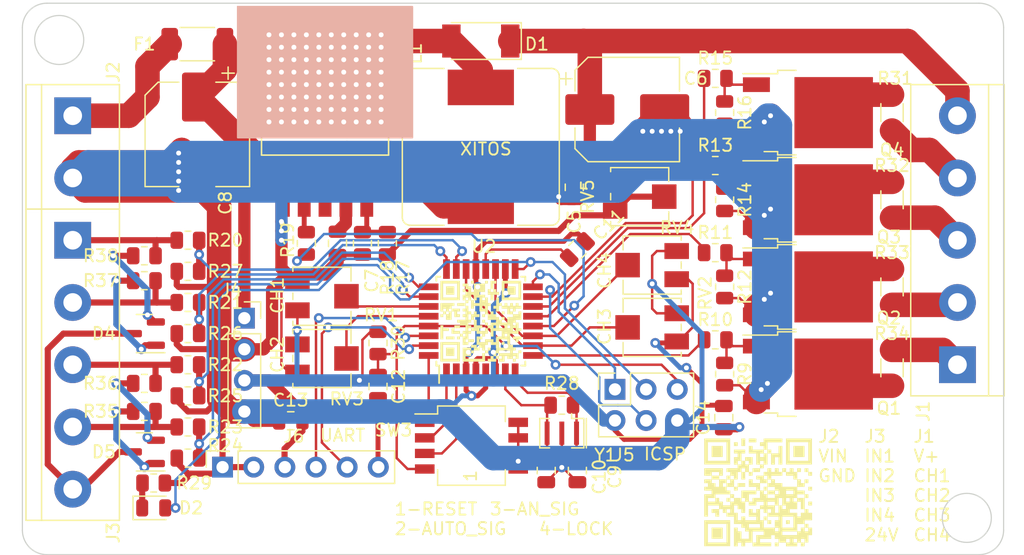
<source format=kicad_pcb>
(kicad_pcb (version 20220914) (generator pcbnew)
  (layers (0 "F.Cu" signal) (31 "B.Cu" signal) (34 "B.Paste" user) (35 "F.Paste" user) (36 "B.SilkS" user "B.Silkscreen") (37 "F.SilkS" user "F.Silkscreen") (38 "B.Mask" user) (39 "F.Mask" user) (44 "Edge.Cuts" user))
  (net 0 "")
  (net 1 "VBUS")
  (net 2 "GND")
  (net 3 "VCC")
  (net 4 "Net-(U2-XTAL2{slash}PB7)")
  (net 5 "Net-(U2-XTAL1{slash}PB6)")
  (net 6 "Net-(U2-AREF)")
  (net 7 "/_rst")
  (net 8 "/_dtr")
  (net 9 "Net-(D2-K)")
  (net 10 "/_sck")
  (net 11 "Net-(J1-Pin_1)")
  (net 12 "Net-(J1-Pin_2)")
  (net 13 "Net-(J1-Pin_3)")
  (net 14 "Net-(D4-K)")
  (net 15 "Net-(D4-K)_1")
  (net 16 "Net-(D4-A)")
  (net 17 "Net-(D5-K)_1")
  (net 18 "/_miso")
  (net 19 "+5V")
  (net 20 "/PWM1")
  (net 21 "/_rx")
  (net 22 "/_tx")
  (net 23 "Net-(Q1-G)")
  (net 24 "Net-(Q1-D)")
  (net 25 "Net-(Q2-G)")
  (net 26 "Net-(Q2-D)")
  (net 27 "Net-(Q3-G)")
  (net 28 "Net-(Q3-D)")
  (net 29 "Net-(Q4-G)")
  (net 30 "Net-(Q4-D)")
  (net 31 "/PWM4")
  (net 32 "/PWM3")
  (net 33 "/PWM2")
  (net 34 "Net-(D5-K)")
  (net 35 "Net-(VR1-EN)")
  (net 36 "/A1")
  (net 37 "/A2")
  (net 38 "/A3")
  (net 39 "/A4")
  (net 40 "/T1")
  (net 41 "/T3")
  (net 42 "/T2")
  (net 43 "/T4")
  (net 44 "/usr0")
  (net 45 "Net-(J1-Pin_4)")
  (net 46 "Net-(J2-Pin_1)")
  (net 47 "/bk_EN")
  (net 48 "/usr1")
  (net 49 "/usr2")
  (net 50 "/_DCDC_SW")
  (net 51 "Net-(J3-Pin_1)")
  (net 52 "Net-(J3-Pin_2)")
  (net 53 "Net-(J3-Pin_3)")
  (net 54 "Net-(J3-Pin_4)")
  (net 55 "Net-(VR1-FB)")
  (net 56 "Net-(R17-Pad2)")
  (footprint "Fuse:Fuse_2010_5025Metric" (layer "F.Cu") (at 64.262 53.34)
    (fp_text reference "F1")
    (fp_text value "Fuse_Small")
  )
  (footprint "Capacitor_SMD:C_0805_2012Metric" (layer "F.Cu") (at 95.25 70.104 -135)
    (fp_text reference "C11")
    (fp_text value "C_Small")
  )
  (footprint "Resistor_SMD:R_1206_3216Metric" (layer "F.Cu") (at 120.904 79.756 90)
    (fp_text reference "R34")
    (fp_text value "R_Small")
  )
  (footprint "Resistor_SMD:R_0805_2012Metric" (layer "F.Cu") (at 63.5 79.502)
    (fp_text reference "R22")
    (fp_text value "R_Small")
  )
  (footprint "Resistor_SMD:R_0805_2012Metric" (layer "F.Cu") (at 106.494 56.134)
    (fp_text reference "R15")
    (fp_text value "R_Small")
  )
  (footprint "Capacitor_SMD:C_0805_2012Metric" (layer "F.Cu") (at 107.188 83.82 90)
    (fp_text reference "C14")
    (fp_text value "C_Small")
  )
  (footprint "Capacitor_SMD:C_0805_2012Metric" (layer "F.Cu") (at 71.882 84.074)
    (fp_text reference "C13")
    (fp_text value "C_Small")
  )
  (footprint "Capacitor_SMD:C_0805_2012Metric" (layer "F.Cu") (at 94.996 65.024 -90)
    (fp_text reference "C5")
    (fp_text value "C_Small")
  )
  (footprint "LED_SMD:LED_0805_2012Metric" (layer "F.Cu") (at 60.706 91.186)
    (fp_text reference "D2")
    (fp_text value "LED_Small")
  )
  (footprint "Crystal:Resonator_SMD_Murata_CSTxExxV-3Pin_3.0x1.1mm" (layer "F.Cu") (at 93.98 85.09 180)
    (fp_text reference "Y1")
    (fp_text value "Crystal_GND2")
  )
  (footprint "Connector_PinSocket_2.54mm:PinSocket_1x04_P2.54mm_Vertical" (layer "F.Cu") (at 68.097 75.702)
    (fp_text reference "J4")
    (fp_text value "Conn_01x04")
  )
  (footprint "Capacitor_SMD:C_0805_2012Metric" (layer "F.Cu") (at 75.692 69.596 -90)
    (fp_text reference "C7")
    (fp_text value "C_Small")
  )
  (footprint "TerminalBlock:TerminalBlock_bornier-5_P5.08mm" (layer "F.Cu") (at 54.102 69.342 -90)
    (fp_text reference "J3")
    (fp_text value "Conn_01x05")
  )
  (footprint "Resistor_SMD:R_0805_2012Metric" (layer "F.Cu") (at 63.5 74.422)
    (fp_text reference "R21")
    (fp_text value "R_Small")
  )
  (footprint "Resistor_SMD:R_0805_2012Metric" (layer "F.Cu") (at 78.994 77.724 -90)
    (fp_text reference "R30")
    (fp_text value "R_Small")
  )
  (footprint "Capacitor_SMD:C_0805_2012Metric" (layer "F.Cu") (at 95.25 88.138 -90)
    (fp_text reference "C9")
    (fp_text value "C_Small")
  )
  (footprint "Resistor_SMD:R_1206_3216Metric" (layer "F.Cu") (at 120.904 58.928 -90)
    (fp_text reference "R31")
    (fp_text value "R_Small")
  )
  (footprint "Resistor_SMD:R_1206_3216Metric" (layer "F.Cu") (at 120.904 66.04 -90)
    (fp_text reference "R32")
    (fp_text value "R_Small")
  )
  (footprint "Package_TO_SOT_SMD:SOT-23" (layer "F.Cu") (at 59.944 76.962 180)
    (fp_text reference "D4")
    (fp_text value "MMBZxx")
  )
  (footprint "Inductor_SMD:L_Bourns_SRR1260" (layer "F.Cu") (at 87.376 61.722 90)
    (fp_text reference "L1")
    (fp_text value "L_Small")
  )
  (footprint "Resistor_SMD:R_0805_2012Metric" (layer "F.Cu") (at 59.944 83.312)
    (fp_text reference "R35")
    (fp_text value "R_Small")
  )
  (footprint "Resistor_SMD:R_0805_2012Metric" (layer "F.Cu") (at 59.944 72.644)
    (fp_text reference "R37")
    (fp_text value "R_Small")
  )
  (footprint "Diode_SMD:D_MELF" (layer "F.Cu") (at 87.376 53.086 180)
    (fp_text reference "D1")
    (fp_text value "D_Schottky_Small")
  )
  (footprint "Resistor_SMD:R_0805_2012Metric" (layer "F.Cu") (at 59.944 81.026)
    (fp_text reference "R36")
    (fp_text value "R_Small")
  )
  (footprint "Resistor_SMD:R_0805_2012Metric" (layer "F.Cu") (at 63.5 76.962)
    (fp_text reference "R26")
    (fp_text value "R_Small")
  )
  (footprint "Resistor_SMD:R_0805_2012Metric" (layer "F.Cu") (at 106.494 63.246)
    (fp_text reference "R13")
    (fp_text value "R_Small")
  )
  (footprint "Capacitor_SMD:C_0805_2012Metric" (layer "F.Cu") (at 78.994 81.28 -90)
    (fp_text reference "C12")
    (fp_text value "C_Small")
  )
  (footprint "Connector_PinSocket_2.54mm:PinSocket_1x06_P2.54mm_Vertical" (layer "F.Cu") (at 66.319 87.859 90)
    (fp_text reference "J6")
    (fp_text value "Conn_01x06")
  )
  (footprint "TerminalBlock:TerminalBlock_bornier-5_P5.08mm" (layer "F.Cu") (at 126.238 79.502 90)
    (fp_text reference "J1")
    (fp_text value "Conn_01x05")
  )
  (footprint "Resistor_SMD:R_0805_2012Metric" (layer "F.Cu") (at 107.256 73.152 -90)
    (fp_text reference "R12")
    (fp_text value "R_Small")
  )
  (footprint "Capacitor_SMD:C_0805_2012Metric" (layer "F.Cu") (at 92.71 88.138 -90)
    (fp_text reference "C10")
    (fp_text value "C_Small")
  )
  (footprint "Capacitor_SMD:CP_Elec_8x5.4" (layer "F.Cu") (at 64.262 60.706 -90)
    (fp_text reference "C8")
    (fp_text value "C_Polarized_Small")
  )
  (footprint "Resistor_SMD:R_0805_2012Metric" (layer "F.Cu") (at 106.494 70.358)
    (fp_text reference "R11")
    (fp_text value "R_Small")
  )
  (footprint "Resistor_SMD:R_0805_2012Metric" (layer "F.Cu") (at 63.5 71.882)
    (fp_text reference "R27")
    (fp_text value "R_Small")
  )
  (footprint "Resistor_SMD:R_0805_2012Metric" (layer "F.Cu") (at 63.5 69.342)
    (fp_text reference "R20")
    (fp_text value "R_Small")
  )
  (footprint "Potentiometer_SMD:Potentiometer_Bourns_3314J_Vertical" (layer "F.Cu") (at 101.346 76.454 -90)
    (fp_text reference "RV2")
    (fp_text value "R_Potentiometer_Small")
  )
  (footprint "LOGO" (layer "F.Cu") (at 109.982 89.916)
    (fp_text reference "G***" hide)
    (fp_text value "LOGO" hide)
  )
  (footprint "Resistor_SMD:R_1206_3216Metric" (layer "F.Cu") (at 120.904 73.152 -90)
    (fp_text reference "R33")
    (fp_text value "R_Small")
  )
  (footprint "Potentiometer_SMD:Potentiometer_Bourns_3314J_Vertical" (layer "F.Cu") (at 101.346 71.374 -90)
    (fp_text reference "RV4")
    (fp_text value "R_Potentiometer_Small")
  )
  (footprint "Package_TO_SOT_SMD:TO-252-2" (layer "F.Cu") (at 114.046 66.04)
    (fp_text reference "Q3")
    (fp_text value "Q_NMOS_GDS")
  )
  (footprint "footprints:DPAK170P1435X465-6N" (layer "F.Cu") (at 74.676 59.69 90)
    (fp_text reference "VR1")
    (fp_text value "XL6009")
  )
  (footprint "Resistor_SMD:R_0805_2012Metric" (layer "F.Cu") (at 107.256 66.04 -90)
    (fp_text reference "R14")
    (fp_text value "R_Small")
  )
  (footprint "Package_TO_SOT_SMD:TO-252-2" (layer "F.Cu") (at 114.046 58.928)
    (fp_text reference "Q4")
    (fp_text value "Q_NMOS_GDS")
  )
  (footprint "Potentiometer_SMD:Potentiometer_Bourns_3314J_Vertical" (layer "F.Cu") (at 100.33 65.786 90)
    (fp_text reference "RV5")
    (fp_text value "R_Potentiometer_Small")
  )
  (footprint "TerminalBlock:TerminalBlock_bornier-2_P5.08mm" (layer "F.Cu") (at 54.102 59.182 -90)
    (fp_text reference "J2")
    (fp_text value "Conn_01x02")
  )
  (footprint "Connector_PinSocket_2.54mm:PinSocket_2x03_P2.54mm_Vertical" (layer "F.Cu") (at 98.313 81.514 90)
    (fp_text reference "J5")
    (fp_text value "Conn_02x03_Odd_Even")
  )
  (footprint "Resistor_SMD:R_0805_2012Metric" (layer "F.Cu") (at 106.494 77.47)
    (fp_text reference "R10")
    (fp_text value "R_Small")
  )
  (footprint "LOGO" (layer "F.Cu") (at 87.376 75.946)
    (fp_text reference "G***" hide)
    (fp_text value "LOGO" hide)
  )
  (footprint "Package_TO_SOT_SMD:SOT-23" (layer "F.Cu") (at 59.944 86.614 180)
    (fp_text reference "D5")
    (fp_text value "MMBZxx")
  )
  (footprint "Resistor_SMD:R_0805_2012Metric" (layer "F.Cu") (at 93.98 82.804)
    (fp_text reference "R28")
    (fp_text value "R_Small")
  )
  (footprint "Potentiometer_SMD:Potentiometer_Bourns_3314J_Vertical" (layer "F.Cu") (at 74.422 73.914 90)
    (fp_text reference "RV1")
    (fp_text value "R_Potentiometer_Small")
  )
  (footprint "Resistor_SMD:R_0805_2012Metric" (layer "F.Cu") (at 79.756 69.596 -90)
    (fp_text reference "R17")
    (fp_text value "R_Small")
  )
  (footprint "Button_Switch_SMD:SW_DIP_SPSTx04_Slide_Copal_CHS-04B_W7.62mm_P1.27mm" (layer "F.Cu") (at 86.614 86.106)
    (fp_text reference "SW3")
    (fp_text value "SW_DIP_x04")
  )
  (footprint "Resistor_SMD:R_0805_2012Metric" (layer "F.Cu") (at 107.256 58.928 -90)
    (fp_text reference "R16")
    (fp_text value "R_Small")
  )
  (footprint "Potentiometer_SMD:Potentiometer_Bourns_3314J_Vertical" (layer "F.Cu") (at 74.422 78.994 90)
    (fp_text reference "RV3")
    (fp_text value "R_Potentiometer_Small")
  )
  (footprint "Resistor_SMD:R_0805_2012Metric" (layer "F.Cu") (at 77.724 69.596 90)
    (fp_text reference "R18")
    (fp_text value "R_Small")
  )
  (footprint "Package_TO_SOT_SMD:TO-252-2" (layer "F.Cu") (at 114.046 73.152)
    (fp_text reference "Q2")
    (fp_text value "Q_NMOS_GDS")
  )
  (footprint "Resistor_SMD:R_0805_2012Metric" (layer "F.Cu") (at 63.5 84.582)
    (fp_text reference "R23")
    (fp_text value "R_Small")
  )
  (footprint "Resistor_SMD:R_0805_2012Metric" (layer "F.Cu") (at 63.5 82.042)
    (fp_text reference "R25")
    (fp_text value "R_Small")
  )
  (footprint "Resistor_SMD:R_0805_2012Metric" (layer "F.Cu") (at 63.5 87.122)
    (fp_text reference "R24")
    (fp_text value "R_Small")
  )
  (footprint "Package_TO_SOT_SMD:TO-252-2" (layer "F.Cu") (at 114.046 80.264)
    (fp_text reference "Q1")
    (fp_text value "Q_NMOS_GDS")
  )
  (footprint "Resistor_SMD:R_0805_2012Metric" (layer "F.Cu") (at 107.256 80.264 -90)
    (fp_text reference "R9")
    (fp_text value "R_Small")
  )
  (footprint "Capacitor_SMD:CP_Elec_8x5.4" (layer "F.Cu") (at 99.314 58.674)
    (fp_text reference "C6")
    (fp_text value "C_Polarized_Small")
  )
  (footprint "Resistor_SMD:R_0805_2012Metric" (layer "F.Cu") (at 73.152 69.596 -90)
    (fp_text reference "R19")
    (fp_text value "R_Small")
  )
  (footprint "Resistor_SMD:R_0805_2012Metric" (layer "F.Cu") (at 59.944 70.612)
    (fp_text reference "R38")
    (fp_text value "R_Small")
  )
  (footprint "Resistor_SMD:R_0805_2012Metric" (layer "F.Cu") (at 60.706 89.154)
    (fp_text reference "R29")
    (fp_text value "R_Small")
  )
  (footprint "Package_QFP:TQFP-32_7x7mm_P0.8mm" (layer "F.Cu") (at 87.376 75.946 90)
    (fp_text reference "U2")
    (fp_text value "ATmega328P-A")
  )
  (gr_rect (start 67.564 50.292) (end 81.788 60.96) (stroke (width 0.15)) (fill solid) (layer "B.SilkS"))
  (gr_arc (start 130 93) (mid 129.414214 94.414214) (end 128 95) (stroke (width 0.1)) (layer "Edge.Cuts"))
  (gr_line (start 50 93) (end 50 52) (stroke (width 0.1)) (layer "Edge.Cuts"))
  (gr_circle (center 53 53) (end 53 51) (stroke (width 0.1)) (fill none) (layer "Edge.Cuts"))
  (gr_arc (start 128 50) (mid 129.414214 50.585786) (end 130 52) (stroke (width 0.1)) (layer "Edge.Cuts"))
  (gr_circle (center 127 92) (end 127 94) (stroke (width 0.1)) (fill none) (layer "Edge.Cuts"))
  (gr_line (start 128 95) (end 52 95) (stroke (width 0.1)) (layer "Edge.Cuts"))
  (gr_line (start 130 52) (end 130 93) (stroke (width 0.1)) (layer "Edge.Cuts"))
  (gr_arc (start 52 95) (mid 50.585786 94.414214) (end 50 93) (stroke (width 0.1)) (layer "Edge.Cuts"))
  (gr_arc (start 50 52) (mid 50.585786 50.585786) (end 52 50) (stroke (width 0.1)) (layer "Edge.Cuts"))
  (gr_line (start 52 50) (end 128 50) (stroke (width 0.1)) (layer "Edge.Cuts"))
  (gr_text "CH2" (at 71.374 80.264 90) (layer "F.SilkS") (effects (font (size 1 1)) (justify left bottom)))
  (gr_text "CH3" (at 98.044 77.978 90) (layer "F.SilkS") (effects (font (size 1 1)) (justify left bottom)))
  (gr_text "1-RESET	3-AN_SIG\n2-AUTO_SIG	4-LOCK" (at 80.264 93.472) (layer "F.SilkS") (effects (font (size 1 1)) (justify left bottom)))
  (gr_text "CH1" (at 71.374 75.438 90) (layer "F.SilkS") (effects (font (size 1 1)) (justify left bottom)))
  (gr_text "UART" (at 74.168 85.852) (layer "F.SilkS") (effects (font (size 1 1)) (justify left bottom)))
  (gr_text "XITOS" (at 85.598 62.484) (layer "F.SilkS") (effects (font (size 1 1)) (justify left bottom)))
  (gr_text "CH4" (at 98.044 73.406 90) (layer "F.SilkS") (effects (font (size 1 1)) (justify left bottom)))
  (gr_text "1" (at 87.122 89.154 90) (layer "F.SilkS") (effects (font (size 1 1)) (justify left bottom)))
  (gr_text "J2	J3	J1\nVIN	IN1	V+\nGND	IN2	CH1\n	IN3	CH2\n	IN4	CH3\n	24V	CH4" (at 114.808 93.98) (layer "F.SilkS") (effects (font (size 1 1)) (justify left bottom)))
  (gr_text "ICSP" (at 100.584 87.376) (layer "F.SilkS") (effects (font (size 1 1)) (justify left bottom)))
  (segment (start 96.264 53.59) (end 95.76 53.086) (width 2) (layer "F.Cu") (net 1))
  (segment (start 122.174 53.086) (end 126.238 57.15) (width 2) (layer "F.Cu") (net 1))
  (segment (start 89.776 53.086) (end 95.76 53.086) (width 2) (layer "F.Cu") (net 1))
  (segment (start 95.558 64.636) (end 94.996 64.074) (width 0.5) (layer "F.Cu") (net 1))
  (segment (start 96.264 62.806) (end 94.996 64.074) (width 1) (layer "F.Cu") (net 1))
  (segment (start 95.76 53.086) (end 122.174 53.086) (width 2) (layer "F.Cu") (net 1))
  (segment (start 126.238 57.15) (end 126.238 59.182) (width 2) (layer "F.Cu") (net 1))
  (segment (start 98.33 64.636) (end 95.558 64.636) (width 0.5) (layer "F.Cu") (net 1))
  (segment (start 96.264 58.674) (end 96.264 53.59) (width 2) (layer "F.Cu") (net 1))
  (segment (start 96.264 58.674) (end 96.264 62.806) (width 1) (layer "F.Cu") (net 1))
  (segment (start 66.04 77.978) (end 66.04 72.39) (width 2) (layer "F.Cu") (net 2))
  (segment (start 87.776 81.388) (end 87.122 82.042) (width 0.4) (layer "F.Cu") (net 2))
  (segment (start 72.39 72.136) (end 71.628 72.136) (width 1) (layer "F.Cu") (net 2))
  (segment (start 62.992 89.154) (end 63.754 88.392) (width 0.5) (layer "F.Cu") (net 2))
  (segment (start 109.846 60.334) (end 110.49 59.69) (width 2) (layer "F.Cu") (net 2))
  (segment (start 71.508 72.764) (end 72.422 72.764) (width 0.2) (layer "F.Cu") (net 2))
  (segment (start 107.188 84.77) (end 108.27 84.77) (width 0.5) (layer "F.Cu") (net 2))
  (segment (start 66.319 87.859) (end 68.859 87.859) (width 0.5) (layer "F.Cu") (net 2))
  (segment (start 93.98 87.818) (end 95.25 89.088) (width 0.2) (layer "F.Cu") (net 2))
  (segment (start 102.362 58.674) (end 100.584 60.452) (width 2) (layer "F.Cu") (net 2))
  (segment (start 62.738 73.152) (end 65.278 73.152) (width 0.5) (layer "F.Cu") (net 2))
  (segment (start 62.5875 73.0015) (end 62.738 73.152) (width 0.5) (layer "F.Cu") (net 2))
  (segment (start 62.5875 82.3995) (end 63.5 83.312) (width 0.5) (layer "F.Cu") (net 2))
  (segment (start 90.424 88.011) (end 90.424 87.376) (width 0.2) (layer "F.Cu") (net 2))
  (segment (start 109.846 82.544) (end 109.846 81.924) (width 2) (layer "F.Cu") (net 2))
  (segment (start 71.762 80.144) (end 71.12 79.502) (width 0.2) (layer "F.Cu") (net 2))
  (segment (start 72.422 80.144) (end 71.762 80.144) (width 0.2) (layer "F.Cu") (net 2))
  (segment (start 71.12 71.628) (end 71.12 69.342) (width 1) (layer "F.Cu") (net 2))
  (segment (start 109.846 61.208) (end 109.846 60.334) (width 2) (layer "F.Cu") (net 2))
  (segment (start 65.786 78.232) (end 66.04 77.978) (width 0.5) (layer "F.Cu") (net 2))
  (segment (start 110.49 59.69) (end 110.49 59.69) (width 2) (layer "F.Cu") (net 2))
  (segment (start 65.786 88.392) (end 66.319 87.859) (width 0.5) (layer "F.Cu") (net 2))
  (segment (start 66.047 82.303) (end 66.047 78.499) (width 2) (layer "F.Cu") (net 2))
  (segment (start 109.846 74.812) (end 110.49 74.168) (width 2) (layer "F.Cu") (net 2))
  (segment (start 72.422 72.168) (end 72.39 72.136) (width 0.2) (layer "F.Cu") (net 2))
  (segment (start 63.754 88.392) (end 65.786 88.392) (width 0.5) (layer "F.Cu") (net 2))
  (segment (start 71.12 67.818) (end 71.12 65.976) (width 1) (layer "F.Cu") (net 2))
  (segment (start 75.692 70.546) (end 75.692 71.12) (width 1) (layer "F.Cu") (net 2))
  (segment (start 71.12 68.58) (end 71.12 67.818) (width 1) (layer "F.Cu") (net 2))
  (segment (start 110.49 74.168) (end 110.998 73.66) (width 2) (layer "F.Cu") (net 2))
  (segment (start 71.628 72.136) (end 71.12 71.628) (width 1) (layer "F.Cu") (net 2))
  (segment (start 66.319 87.859) (end 66.319 84.069) (width 0.5) (layer "F.Cu") (net 2))
  (segment (start 86.176 81.604) (end 86.614 82.042) (width 0.4) (layer "F.Cu") (net 2))
  (segment (start 62.23 64.262) (end 62.738 63.754) (width 2) (layer "F.Cu") (net 2))
  (segment (start 110.49 74.168) (end 110.49 74.168) (width 2) (layer "F.Cu") (net 2))
  (segment (start 95.323502 68.834) (end 94.742 68.834) (width 0.4) (layer "F.Cu") (net 2))
  (segment (start 109.846 68.32) (end 109.846 67.954) (width 2) (layer "F.Cu") (net 2))
  (segment (start 107.256 81.1765) (end 108.4785 81.1765) (width 0.2) (layer "F.Cu") (net 2))
  (segment (start 109.846 81.924) (end 110.236 81.534) (width 2) (layer "F.Cu") (net 2))
  (segment (start 74.676 72.136) (end 72.39 72.136) (width 1) (layer "F.Cu") (net 2))
  (segment (start 103.346 70.224) (end 101.734 70.224) (width 0.2) (layer "F.Cu") (net 2))
  (segment (start 86.176 80.196) (end 86.176 78.67) (width 0.4) (layer "F.Cu") (net 2))
  (segment (start 108.27 84.77) (end 108.458 84.582) (width 0.5) (layer "F.Cu") (net 2))
  (segment (start 110.236 81.534) (end 110.236 81.534) (width 2) (layer "F.Cu") (net 2))
  (segment (start 93.98 87.818) (end 93.98 87.884) (width 0.2) (layer "F.Cu") (net 2))
  (segment (start 62.738 63.754) (end 62.738 64.516) (width 2) (layer "F.Cu") (net 2))
  (segment (start 110.998 59.182) (end 110.998 59.182) (width 2) (layer "F.Cu") (net 2))
  (segment (start 94.142 69.434) (end 87.792 69.434) (width 0.4) (layer "F.Cu") (net 2))
  (segment (start 107.256 74.0645) (end 108.4785 74.0645) (width 0.2) (layer "F.Cu") (net 2))
  (segment (start 64.77 65.278) (end 62.738 65.278) (width 2) (layer "F.Cu") (net 2))
  (segment (start 110.998 59.182) (end 110.998 59.182) (width 2) (layer "F.Cu") (net 2))
  (segment (start 86.976 70.25) (end 86.976 71.696) (width 0.4) (layer "F.Cu") (net 2))
  (segment (start 109.846 75.432) (end 109.846 74.812) (width 2) (layer "F.Cu") (net 2))
  (segment (start 103.632 59.942) (end 102.364 58.674) (width 2) (layer "F.Cu") (net 2))
  (segment (start 108.4785 74.0645) (end 109.846 75.432) (width 0.2) (layer "F.Cu") (net 2))
  (segment (start 66.319 84.069) (end 67.066 83.322) (width 0.5) (layer "F.Cu") (net 2))
  (segment (start 93.98 85.09) (end 93.98 87.818) (width 0.2) (layer "F.Cu") (net 2))
  (segment (start 62.992 62.486) (end 62.992 61.976) (width 2) (layer "F.Cu") (net 2))
  (segment (start 94.742 68.834) (end 94.142 69.434) (width 0.4) (layer "F.Cu") (net 2))
  (segment (start 54.102 64.262) (end 54.102 63.5) (width 2) (layer "F.Cu") (net 2))
  (segment (start 75.7295 70.5085) (end 75.692 70.546) (width 0.4) (layer "F.Cu") (net 2))
  (segment (start 63.5 88.392) (end 63.754 88.392) (width 0.5) (layer "F.Cu") (net 2))
  (segment (start 62.738 62.992) (end 62.738 63.754) (width 2) (layer "F.Cu") (net 2))
  (segment (start 66.04 72.39) (end 66.04 66.548) (width 2) (layer "F.Cu") (net 2))
  (segment (start 66.304 78.242) (end 66.04 77.978) (width 2) (layer "F.Cu") (net 2))
  (segment (start 93.98 87.818) (end 93.98 87.818) (width 0.2) (layer "F.Cu") (net 2))
  (segment (start 86.176 78.67) (end 86.36 78.486) (width 0.4) (layer "F.Cu") (net 2))
  (segment (start 101.734 70.224) (end 101.346 70.612) (width 0.2) (layer "F.Cu") (net 2))
  (segment (start 87.122 82.042) (end 86.614 82.042) (width 0.4) (layer "F.Cu") (net 2))
  (segment (start 87.776 80.196) (end 87.776 81.388) (width 0.4) (layer "F.Cu") (net 2))
  (segment (start 71.12 73.152) (end 71.508 72.764) (width 0.2) (layer "F.Cu") (net 2))
  (segment (start 75.692 71.12) (end 74.676 72.136) (width 1) (layer "F.Cu") (net 2))
  (segment (start 68.849 84.074) (end 68.097 83.322) (width 1) (layer "F.Cu") (net 2))
  (segment (start 62.5875 71.882) (end 62.5875 73.0015) (width 0.5) (layer "F.Cu") (net 2))
  (segment (start 86.176 80.196) (end 86.176 81.604) (width 0.4) (layer "F.Cu") (net 2))
  (segment (start 107.256 66.9525) (end 108.4785 66.9525) (width 0.2) (layer "F.Cu") (net 2))
  (segment (start 66.047 78.499) (end 66.304 78.242) (width 2) (layer "F.Cu") (net 2))
  (segment (start 87.792 69.434) (end 86.976 70.25) (width 0.4) (layer "F.Cu") (net 2))
  (segment (start 62.5875 77.8275) (end 62.992 78.232) (width 0.5) (layer "F.Cu") (net 2))
  (segment (start 101.72 75.304) (end 103.346 75.304) (width 0.2) (layer "F.Cu") (net 2))
  (segment (start 108.4785 66.9525) (end 109.846 68.32) (width 0.2) (layer "F.Cu") (net 2))
  (segment (start 93.914 65.974) (end 93.726 65.786) (width 1) (layer "F.Cu") (net 2))
  (segment (start 55.118 65.278) (end 62.738 65.278) (width 2) (layer "F.Cu") (net 2))
  (segment (start 108.4785 59.8405) (end 109.846 61.208) (width 0.2) (layer "F.Cu") (net 2))
  (segment (start 68.097 78.242) (end 66.304 78.242) (width 2) (layer "F.Cu") (net 2))
  (segment (start 110.49 67.31) (end 110.998 66.802) (width 2) (layer "F.Cu") (net 2))
  (segment (start 110.236 81.534) (end 110.236 81.534) (width 2) (layer "F.Cu") (net 2))
  (segment (start 62.738 64.516) (end 62.738 65.278) (width 2) (layer "F.Cu") (net 2))
  (segment (start 54.61 62.992) (end 62.738 62.992) (width 2) (layer "F.Cu") (net 2))
  (segment (start 110.49 74.168) (end 110.49 74.168) (width 2) (layer "F.Cu") (net 2))
  (segment (start 71.12 69.342) (end 71.12 68.58) (width 1) (layer "F.Cu") (net 2))
  (segment (start 95.921751 69.432249) (end 95.323502 68.834) (width 0.4) (layer "F.Cu") (net 2))
  (segment (start 102.364 58.674) (end 102.362 58.674) (width 2) (layer "F.Cu") (net 2))
  (segment (start 70.358 73.406) (end 71.628 72.136) (width 1) (layer "F.Cu") (net 2))
  (segment (start 109.846 67.954) (end 110.49 67.31) (width 2) (layer "F.Cu") (net 2))
  (segment (start 110.998 59.182) (end 110.744 59.436) (width 2) (layer "F.Cu") (net 2))
  (segment (start 110.49 59.69) (end 110.998 59.182) (width 2) (layer "F.Cu") (net 2))
  (segment (start 86.976 73.006) (end 87.122 73.152) (width 0.4) (layer "F.Cu") (net 2))
  (segment (start 86.976 71.696) (end 86.976 73.006) (width 0.4) (layer "F.Cu") (net 2))
  (segment (start 110.49 67.31) (end 110.49 67.31) (width 2) (layer "F.Cu") (net 2))
  (segment (start 90.424 87.376) (end 90.424 84.201) (width 0.2) (layer "F.Cu") (net 2))
  (segment (start 101.346 70.612) (end 101.346 74.93) (width 0.2) (layer "F.Cu") (net 2))
  (segment (start 70.932 84.074) (end 68.849 84.074) (width 1) (layer "F.Cu") (net 2))
  (segment (start 71.12 79.502) (end 71.12 73.152) (width 0.2) (layer "F.Cu") (net 2))
  (segment (start 77.724 70.5085) (end 75.7295 70.5085) (width 0.4) (layer "F.Cu") (net 2))
  (segment (start 72.422 72.764) (end 72.422 72.168) (width 0.2) (layer "F.Cu") (net 2))
  (segment (start 54.102 64.262) (end 55.118 65.278) (width 2) (layer "F.Cu") (net 2))
  (segment (start 101.346 74.93) (end 101.72 75.304) (width 0.2) (layer "F.Cu") (net 2))
  (segment (start 94.996 65.974) (end 93.914 65.974) (width 1) (layer "F.Cu") (net 2))
  (segment (start 54.102 63.5) (end 54.61 62.992) (width 2) (layer "F.Cu") (net 2))
  (segment (start 103.632 60.452) (end 103.632 59.942) (width 2) (layer "F.Cu") (net 2))
  (segment (start 93.98 87.884) (end 93.914 87.884) (width 0.2) (layer "F.Cu") (net 2))
  (segment (start 68.097 78.242) (end 69.657 78.242) (width 1) (layer "F.Cu") (net 2))
  (segment (start 65.278 73.152) (end 66.04 72.39) (width 0.5) (layer "F.Cu") (net 2))
  (segment (start 62.5875 76.962) (end 62.5875 77.8275) (width 0.5) (layer "F.Cu") (net 2))
  (segment (start 71.12 65.976) (end 71.276 65.82) (width 1) (layer "F.Cu") (net 2))
  (segment (start 61.6185 89.154) (end 62.992 89.154) (width 0.5) (layer "F.Cu") (net 2))
  (segment (start 67.066 83.322) (end 66.047 82.303) (width 2) (layer "F.Cu") (net 2))
  (segment (start 69.657 78.242) (end 70.358 77.541) (width 1) (layer "F.Cu") (net 2))
  (segment (start 107.256 59.8405) (end 108.4785 59.8405) (width 0.2) (layer "F.Cu") (net 2))
  (segment (start 65.038 83.312) (end 66.047 82.303) (width 0.5) (layer "F.Cu") (net 2))
  (segment (start 110.49 59.69) (end 110.49 59.69) (width 2) (layer "F.Cu") (net 2))
  (segment (start 62.5875 87.4795) (end 63.5 88.392) (width 0.5) (layer "F.Cu") (net 2))
  (segment (start 110.49 67.31) (end 110.49 67.31) (width 2) (layer "F.Cu") (net 2))
  (segment (start 62.5875 82.042) (end 62.5875 82.3995) (width 0.5) (layer "F.Cu") (net 2))
  (segment (start 68.097 83.322) (end 67.066 83.322) (width 2) (layer "F.Cu") (net 2))
  (segment (start 110.236 81.534) (end 110.744 81.026) (width 2) (layer "F.Cu") (net 2))
  (segment (start 63.5 83.312) (end 65.038 83.312) (width 0.5) (layer "F.Cu") (net 2))
  (segment (start 66.04 66.548) (end 64.77 65.278) (width 2) (layer "F.Cu") (net 2))
  (segment (start 62.738 62.23) (end 62.738 62.992) (width 2) (layer "F.Cu") (net 2))
  (segment (start 62.992 78.232) (end 65.786 78.232) (width 0.5) (layer "F.Cu") (net 2))
  (segment (start 70.358 77.541) (end 70.358 73.406) (width 1) (layer "F.Cu") (net 2))
  (segment (start 108.4785 81.1765) (end 109.846 82.544) (width 0.2) (layer "F.Cu") (net 2))
  (segment (start 93.914 87.884) (end 92.71 89.088) (width 0.2) (layer "F.Cu") (net 2))
  (segment (start 100.584 60.452) (end 103.632 60.452) (width 2) (layer "F.Cu") (net 2))
  (segment (start 62.5875 87.122) (end 62.5875 87.4795) (width 0.5) (layer "F.Cu") (net 2))
  (segment (start 62.992 61.976) (end 62.738 62.23) (width 2) (layer "F.Cu") (net 2))
  (segment (start 64.262 63.756) (end 62.992 62.486) (width 2) (layer "F.Cu") (net 2))
  (segment (start 54.102 64.262) (end 62.23 64.262) (width 2) (layer "F.Cu") (net 2))
  (via (at 101.346 72.898) (size 0.8) (drill 0.4) (layers "F.Cu" "B.Cu") (net 2))
  (via (at 62.738 65.278) (size 0.8) (drill 0.4) (layers "F.Cu" "B.Cu") (net 2))
  (via (at 102.87 60.452) (size 0.8) (drill 0.4) (layers "F.Cu" "B.Cu") (net 2))
  (via (at 62.738 64.516) (size 0.8) (drill 0.4) (layers "F.Cu" "B.Cu") (net 2))
  (via (at 108.458 84.582) (size 0.8) (drill 0.4) (layers "F.Cu" "B.Cu") (net 2))
  (via (at 110.49 74.168) (size 0.8) (drill 0.4) (layers "F.Cu" "B.Cu") (net 2))
  (via (at 86.36 78.486) (size 0.8) (drill 0.4) (layers "F.Cu" "B.Cu") (net 2))
  (via (at 71.12 69.342) (size 0.8) (drill 0.4) (layers "F.Cu" "B.Cu") (net 2))
  (via (at 62.738 63.754) (size 0.8) (drill 0.4) (layers "F.Cu" "B.Cu") (net 2))
  (via (at 102.108 60.452) (size 0.8) (drill 0.4) (layers "F.Cu" "B.Cu") (net 2))
  (via (at 110.998 73.66) (size 0.8) (drill 0.4) (layers "F.Cu" "B.Cu") (net 2))
  (via (at 110.49 67.31) (size 0.8) (drill 0.4) (layers "F.Cu" "B.Cu") (net 2))
  (via (at 62.738 62.23) (size 0.8) (drill 0.4) (layers "F.Cu" "B.Cu") (net 2))
  (via (at 62.738 62.992) (size 0.8) (drill 0.4) (layers "F.Cu" "B.Cu") (net 2))
  (via (at 110.998 66.802) (size 0.8) (drill 0.4) (layers "F.Cu" "B.Cu") (net 2))
  (via (at 71.12 68.58) (size 0.8) (drill 0.4) (layers "F.Cu" "B.Cu") (net 2))
  (via (at 100.584 60.452) (size 0.8) (drill 0.4) (layers "F.Cu" "B.Cu") (net 2))
  (via (at 110.236 81.534) (size 0.8) (drill 0.4) (layers "F.Cu" "B.Cu") (net 2))
  (via (at 87.122 73.152) (size 0.8) (drill 0.4) (layers "F.Cu" "B.Cu") (net 2))
  (via (at 93.726 65.786) (size 0.8) (drill 0.4) (layers "F.Cu" "B.Cu") (net 2))
  (via (at 110.49 59.69) (size 0.8) (drill 0.4) (layers "F.Cu" "B.Cu") (net 2))
  (via (at 93.98 87.884) (size 0.8) (drill 0.4) (layers "F.Cu" "B.Cu") (net 2))
  (via (at 90.424 87.376) (size 0.8) (drill 0.4) (layers "F.Cu" "B.Cu") (net 2))
  (via (at 101.346 60.452) (size 0.8) (drill 0.4) (layers "F.Cu" "B.Cu") (net 2))
  (via (at 110.744 81.026) (size 0.8) (drill 0.4) (layers "F.Cu" "B.Cu") (net 2))
  (via (at 71.12 67.818) (size 0.8) (drill 0.4) (layers "F.Cu" "B.Cu") (net 2))
  (via (at 86.614 82.042) (size 0.8) (drill 0.4) (layers "F.Cu" "B.Cu") (net 2))
  (via (at 103.632 60.452) (size 0.8) (drill 0.4) (layers "F.Cu" "B.Cu") (net 2))
  (via (at 110.998 59.182) (size 0.8) (drill 0.4) (layers "F.Cu" "B.Cu") (net 2))
  (segment (start 88.392 87.122) (end 101.854 87.122) (width 2) (layer "B.Cu") (net 2))
  (segment (start 102.108 60.452) (end 102.87 60.452) (width 2) (layer "B.Cu") (net 2))
  (segment (start 62.484 64.77) (end 62.738 64.516) (width 2) (layer "B.Cu") (net 2))
  (segment (start 87.122 77.724) (end 86.36 78.486) (width 0.4) (layer "B.Cu") (net 2))
  (segment (start 106.68 63.5) (end 110.49 67.31) (width 2) (layer "B.Cu") (net 2))
  (segment (start 84.094 83.312) (end 84.084 83.322) (width 2) (layer "B.Cu") (net 2))
  (segment (start 54.102 64.262) (end 54.61 64.77) (width 2) (layer "B.Cu") (net 2))
  (segment (start 62.738 64.516) (end 71.374 64.516) (width 2) (layer "B.Cu") (net 2))
  (segment (start 110.49 81.28) (end 110.236 81.534) (width 2) (layer "B.Cu") (net 2))
  (segment (start 103.393 85.583) (end 103.393 84.054) (width 2) (layer "B.Cu") (net 2))
  (segment (start 108.458 84.582) (end 103.921 84.582) (width 0.5) (layer "B.Cu") (net 2))
  (segment (start 110.236 62.738) (end 110.49 62.484) (width 2) (layer "B.Cu") (net 2))
  (segment (start 110.49 59.69) (end 110.49 81.28) (width 2) (layer "B.Cu") (net 2))
  (segment (start 62.738 62.992) (end 99.314 62.992) (width 2) (layer "B.Cu") (net 2))
  (segment (start 84.582 83.312) (end 88.392 87.122) (width 2) (layer "B.Cu") (net 2))
  (segment (start 84.582 83.312) (end 85.852 82.042) (width 0.4) (layer "B.Cu") (net 2))
  (segment (start 100.33 63.5) (end 106.68 63.5) (width 2) (layer "B.Cu") (net 2))
  (segment (start 101.854 87.122) (end 103.393 85.583) (width 2) (layer "B.Cu") (net 2))
  (segment (start 55.372 62.992) (end 61.976 62.992) (width 2) (layer "B.Cu") (net 2))
  (segment (start 62.738 65.278) (end 62.738 62.23) (width 2) (layer "B.Cu") (net 2))
  (segment (start 103.393 84.054) (end 104.414 84.054) (width 0.4) (layer "B.Cu") (net 2))
  (segment (start 99.314 62.992) (end 100.33 61.976) (width 2) (layer "B.Cu") (net 2))
  (segment (start 100.33 63.5) (end 100.33 60.452) (width 2) (layer "B.Cu") (net 2))
  (segment (start 109.474 60.452) (end 110.744 59.182) (width 2) (layer "B.Cu") (net 2))
  (segment (start 71.374 64.516) (end 98.552 64.516) (width 2) (layer "B.Cu") (net 2))
  (segment (start 103.921 84.582) (end 103.393 84.054) (width 0.5) (layer "B.Cu") (net 2))
  (segment (start 102.87 60.452) (end 103.632 60.452) (width 2) (layer "B.Cu") (net 2))
  (segment (start 61.976 62.992) (end 62.738 62.23) (width 2) (layer "B.Cu") (net 2))
  (segment (start 98.552 65.278) (end 100.33 63.5) (width 2) (layer "B.Cu") (net 2))
  (segment (start 101.346 60.452) (end 102.108 60.452) (width 2) (layer "B.Cu") (net 2))
  (segment (start 105.41 83.058) (end 105.41 76.962) (width 0.4) (layer "B.Cu") (net 2))
  (segment (start 104.414 84.054) (end 105.41 83.058) (width 0.4) (layer "B.Cu") (net 2))
  (segment (start 110.744 81.026) (end 111.76 80.01) (width 2) (layer "B.Cu") (net 2))
  (segment (start 98.552 64.516) (end 100.33 62.738) (width 2) (layer "B.Cu") (net 2))
  (segment (start 54.61 64.77) (end 62.484 64.77) (width 2) (layer "B.Cu") (net 2))
  (segment (start 84.084 83.322) (end 68.097 83.322) (width 2) (layer "B.Cu") (net 2))
  (segment (start 71.12 69.342) (end 71.12 64.77) (width 1) (layer "B.Cu") (net 2))
  (segment (start 111.76 80.01) (end 111.76 59.944) (width 2) (layer "B.Cu") (net 2))
  (segment (start 87.122 73.152) (end 87.122 77.724) (width 0.4) (layer "B.Cu") (net 2))
  (segment (start 107.696 61.976) (end 110.998 65.278) (width 2) (layer "B.Cu") (net 2))
  (segment (start 98.552 62.23) (end 100.33 60.452) (width 2) (layer "B.Cu") (net 2))
  (segment (start 100.33 60.452) (end 100.584 60.452) (width 2) (layer "B.Cu") (net 2))
  (segment (start 62.738 62.23) (end 98.552 62.23) (width 2) (layer "B.Cu") (net 2))
  (segment (start 100.33 61.976) (end 107.696 61.976) (width 2) (layer "B.Cu") (net 2))
  (segment (start 62.738 65.278) (end 98.552 65.278) (width 2) (layer "B.Cu") (net 2))
  (segment (start 98.552 62.992) (end 100.33 61.214) (width 2) (layer "B.Cu") (net 2))
  (segment (start 71.12 64.77) (end 71.374 64.516) (width 1) (layer "B.Cu") (net 2))
  (segment (start 108.712 61.214) (end 110.236 62.738) (width 2) (layer "B.Cu") (net 2))
  (segment (start 111.76 59.944) (end 110.998 59.182) (width 2) (layer "B.Cu") (net 2))
  (segment (start 103.632 60.452) (end 109.474 60.452) (width 2) (layer "B.Cu") (net 2))
  (segment (start 84.582 83.312) (end 84.094 83.312) (width 2) (layer "B.Cu") (net 2))
  (segment (start 54.102 64.262) (end 55.372 62.992) (width 2) (layer "B.Cu") (net 2))
  (segment (start 100.33 61.214) (end 108.712 61.214) (width 2) (layer "B.Cu") (net 2))
  (segment (start 100.584 60.452) (end 101.346 60.452) (width 2) (layer "B.Cu") (net 2))
  (segment (start 105.41 76.962) (end 101.346 72.898) (width 0.4) (layer "B.Cu") (net 2))
  (segment (start 85.852 82.042) (end 86.614 82.042) (width 0.4) (layer "B.Cu") (net 2))
  (segment (start 62.738 62.992) (end 98.552 62.992) (width 2) (layer "B.Cu") (net 2))
  (segment (start 110.49 62.484) (end 110.49 59.69) (width 2) (layer "B.Cu") (net 2))
  (segment (start 110.744 59.182) (end 110.998 59.182) (width 2) (layer "B.Cu") (net 2))
  (segment (start 110.998 65.278) (end 110.998 66.802) (width 2) (layer "B.Cu") (net 2))
  (segment (start 66.512 53.34) (end 66.512 55.406) (width 2) (layer "F.Cu") (net 3))
  (segment (start 76.376 67.962) (end 76.376 65.82) (width 1) (layer "F.Cu") (net 3))
  (segment (start 66.512 55.406) (end 64.262 57.656) (width 2) (layer "F.Cu") (net 3))
  (segment (start 76.454 62.23) (end 68.834 62.23) (width 2) (layer "F.Cu") (net 3))
  (segment (start 68.097 62.967) (end 68.834 62.23) (width 1) (layer "F.Cu") (net 3))
  (segment (start 87.376 66.572) (end 84.352 66.572) (width 2) (layer "F.Cu") (net 3))
  (segment (start 80.01 62.23) (end 76.454 62.23) (width 2) (layer "F.Cu") (net 3))
  (segment (start 68.834 62.23) (end 64.262 57.658) (width 2) (layer "F.Cu") (net 3))
  (segment (start 64.262 57.658) (end 64.262 57.656) (width 2) (layer "F.Cu") (net 3))
  (segment (start 76.376 62.308) (end 76.454 62.23) (width 1) (layer "F.Cu") (net 3))
  (segment (start 68.097 75.702) (end 68.097 62.967) (width 1) (layer "F.Cu") (net 3))
  (segment (start 75.692 68.646) (end 76.376 67.962) (width 1) (layer "F.Cu") (net 3))
  (segment (start 76.376 65.82) (end 76.376 62.308) (width 1) (layer "F.Cu") (net 3))
  (segment (start 84.352 66.572) (end 80.01 62.23) (width 2) (layer "F.Cu") (net 3))
  (segment (start 94.488 81.788) (end 94.8925 82.1925) (width 0.2) (layer "F.Cu") (net 4))
  (segment (start 95.18 83.0915) (end 94.8925 82.804) (width 0.2) (layer "F.Cu") (net 4))
  (segment (start 95.18 85.09) (end 95.18 87.118) (width 0.2) (layer "F.Cu") (net 4))
  (segment (start 95.18 87.118) (end 95.25 87.188) (width 0.2) (layer "F.Cu") (net 4))
  (segment (start 90.176 80.196) (end 90.176 80.778) (width 0.2) (layer "F.Cu") (net 4))
  (segment (start 90.176 80.778) (end 91.186 81.788) (width 0.2) (layer "F.Cu") (net 4))
  (segment (start 95.18 85.09) (end 95.18 83.0915) (width 0.2) (layer "F.Cu") (net 4))
  (segment (start 91.186 81.788) (end 94.488 81.788) (width 0.2) (layer "F.Cu") (net 4))
  (segment (start 94.8925 82.1925) (end 94.8925 82.804) (width 0.2) (layer "F.Cu") (net 4))
  (segment (start 89.376 81.502) (end 90.678 82.804) (width 0.2) (layer "F.Cu") (net 5))
  (segment (start 90.678 82.804) (end 93.0675 82.804) (width 0.2) (layer "F.Cu") (net 5))
  (segment (start 92.78 85.09) (end 92.78 87.118) (width 0.2) (layer "F.Cu") (net 5))
  (segment (start 92.78 87.118) (end 92.71 87.188) (width 0.2) (layer "F.Cu") (net 5))
  (segment (start 89.376 80.196) (end 89.376 81.502) (width 0.2) (layer "F.Cu") (net 5))
  (segment (start 92.78 83.0915) (end 93.0675 82.804) (width 0.2) (layer "F.Cu") (net 5))
  (segment (start 92.78 85.09) (end 92.78 83.0915) (width 0.2) (layer "F.Cu") (net 5))
  (segment (start 93.906498 70.104) (end 94.578249 70.775751) (width 0.2) (layer "F.Cu") (net 6))
  (segment (start 88.138 70.104) (end 93.906498 70.104) (width 0.2) (layer "F.Cu") (net 6))
  (segment (start 87.776 71.696) (end 87.776 70.466) (width 0.2) (layer "F.Cu") (net 6))
  (segment (start 87.776 70.466) (end 88.138 70.104) (width 0.2) (layer "F.Cu") (net 6))
  (segment (start 89.408 77.978) (end 87.776 76.346) (width 0.2) (layer "F.Cu") (net 7))
  (segment (start 80.518 76.993769) (end 80.518 78.232) (width 0.2) (layer "F.Cu") (net 7))
  (segment (start 78.994 78.6365) (end 78.994 80.33) (width 0.2) (layer "F.Cu") (net 7))
  (segment (start 83.126 76.346) (end 81.165769 76.346) (width 0.2) (layer "F.Cu") (net 7))
  (segment (start 80.518 87.122) (end 81.407 88.011) (width 0.2) (layer "F.Cu") (net 7))
  (segment (start 103.393 80.787) (end 102.108 79.502) (width 0.2) (layer "F.Cu") (net 7))
  (segment (start 103.393 81.514) (end 103.393 80.787) (width 0.2) (layer "F.Cu") (net 7))
  (segment (start 81.165769 76.346) (end 80.518 76.993769) (width 0.2) (layer "F.Cu") (net 7))
  (segment (start 80.1135 78.6365) (end 80.518 78.232) (width 0.2) (layer "F.Cu") (net 7))
  (segment (start 102.108 79.502) (end 93.472 79.502) (width 0.2) (layer "F.Cu") (net 7))
  (segment (start 81.407 88.011) (end 82.804 88.011) (width 0.2) (layer "F.Cu") (net 7))
  (segment (start 78.994 78.6365) (end 80.1135 78.6365) (width 0.2) (layer "F.Cu") (net 7))
  (segment (start 87.776 76.346) (end 83.126 76.346) (width 0.2) (layer "F.Cu") (net 7))
  (segment (start 80.518 78.232) (end 80.518 87.122) (width 0.2) (layer "F.Cu") (net 7))
  (via (at 93.472 79.502) (size 0.8) (drill 0.4) (layers "F.Cu" "B.Cu") (net 7))
  (via (at 89.408 77.978) (size 0.8) (drill 0.4) (layers "F.Cu" "B.Cu") (net 7))
  (segment (start 93.472 79.502) (end 91.948 77.978) (width 0.2) (layer "B.Cu") (net 7))
  (segment (start 91.948 77.978) (end 89.408 77.978) (width 0.2) (layer "B.Cu") (net 7))
  (segment (start 78.994 87.834) (end 78.994 82.23) (width 0.4) (layer "F.Cu") (net 8))
  (segment (start 79.019 87.859) (end 78.994 87.834) (width 0.4) (layer "F.Cu") (net 8))
  (segment (start 59.7685 91.186) (end 59.7685 89.179) (width 0.5) (layer "F.Cu") (net 9))
  (segment (start 59.7685 89.179) (end 59.7935 89.154) (width 0.5) (layer "F.Cu") (net 9))
  (segment (start 90.176 71.696) (end 90.864 71.696) (width 0.2) (layer "F.Cu") (net 10))
  (segment (start 61.6435 91.186) (end 62.484 91.186) (width 0.2) (layer "F.Cu") (net 10))
  (segment (start 90.864 71.696) (end 91.44 71.12) (width 0.2) (layer "F.Cu") (net 10))
  (via (at 91.44 71.12) (size 0.8) (drill 0.4) (layers "F.Cu" "B.Cu") (net 10))
  (via (at 62.484 91.186) (size 0.8) (drill 0.4) (layers "F.Cu" "B.Cu") (net 10))
  (segment (start 84.582 71.12) (end 81.534 74.168) (width 0.2) (layer "B.Cu") (net 10))
  (segment (start 100.84405 81.514) (end 94.234 74.90395) (width 0.2) (layer "B.Cu") (net 10))
  (segment (start 81.534 74.168) (end 80.79805 74.168) (width 0.2) (layer "B.Cu") (net 10))
  (segment (start 79.981157 73.351107) (end 79.981157 72.418843) (width 0.2) (layer "B.Cu") (net 10))
  (segment (start 76.2 71.374) (end 74.168 73.406) (width 0.2) (layer "B.Cu") (net 10))
  (segment (start 74.168 73.406) (end 66.802 73.406) (width 0.2) (layer "B.Cu") (net 10))
  (segment (start 66.802 73.406) (end 66.04 74.168) (width 0.2) (layer "B.Cu") (net 10))
  (segment (start 66.04 85.344) (end 62.484 88.9) (width 0.2) (layer "B.Cu") (net 10))
  (segment (start 66.04 74.168) (end 66.04 85.344) (width 0.2) (layer "B.Cu") (net 10))
  (segment (start 79.981157 72.418843) (end 78.936314 71.374) (width 0.2) (layer "B.Cu") (net 10))
  (segment (start 94.234 74.90395) (end 94.234 72.136) (width 0.2) (layer "B.Cu") (net 10))
  (segment (start 91.44 71.12) (end 84.582 71.12) (width 0.2) (layer "B.Cu") (net 10))
  (segment (start 93.218 71.12) (end 91.44 71.12) (width 0.2) (layer "B.Cu") (net 10))
  (segment (start 100.853 81.514) (end 100.84405 81.514) (width 0.2) (layer "B.Cu") (net 10))
  (segment (start 80.79805 74.168) (end 79.981157 73.351107) (width 0.2) (layer "B.Cu") (net 10))
  (segment (start 62.484 88.9) (end 62.484 91.186) (width 0.2) (layer "B.Cu") (net 10))
  (segment (start 78.936314 71.374) (end 76.2 71.374) (width 0.2) (layer "B.Cu") (net 10))
  (segment (start 94.234 72.136) (end 93.218 71.12) (width 0.2) (layer "B.Cu") (net 10))
  (segment (start 125.0295 78.2935) (end 126.238 79.502) (width 2) (layer "F.Cu") (net 11))
  (segment (start 120.904 78.2935) (end 125.0295 78.2935) (width 2) (layer "F.Cu") (net 11))
  (segment (start 126.0455 74.6145) (end 126.238 74.422) (width 2) (layer "F.Cu") (net 12))
  (segment (start 120.904 74.6145) (end 126.0455 74.6145) (width 2) (layer "F.Cu") (net 12))
  (segment (start 124.3985 67.5025) (end 126.238 69.342) (width 2) (layer "F.Cu") (net 13))
  (segment (start 120.904 67.5025) (end 124.3985 67.5025) (width 2) (layer "F.Cu") (net 13))
  (segment (start 57.658 72.644) (end 59.0315 72.644) (width 0.5) (layer "F.Cu") (net 14))
  (segment (start 60.8815 77.912) (end 60.01 77.912) (width 0.5) (layer "F.Cu") (net 14))
  (segment (start 60.01 77.912) (end 59.69 78.232) (width 0.5) (layer "F.Cu") (net 14))
  (via (at 57.658 72.644) (size 0.8) (drill 0.4) (layers "F.Cu" "B.Cu") (net 14))
  (via (at 59.69 78.232) (size 0.8) (drill 0.4) (layers "F.Cu" "B.Cu") (net 14))
  (segment (start 57.658 72.898) (end 57.658 72.644) (width 0.5) (layer "B.Cu") (net 14))
  (segment (start 59.69 78.232) (end 57.658 76.2) (width 0.5) (layer "B.Cu") (net 14))
  (segment (start 57.658 76.2) (end 57.658 72.898) (width 0.5) (layer "B.Cu") (net 14))
  (segment (start 60.8815 76.012) (end 60.772 76.012) (width 0.5) (layer "F.Cu") (net 15))
  (segment (start 57.404 70.612) (end 59.0315 70.612) (width 0.5) (layer "F.Cu") (net 15))
  (segment (start 60.772 76.012) (end 60.198 75.438) (width 0.5) (layer "F.Cu") (net 15))
  (via (at 60.198 75.438) (size 0.8) (drill 0.4) (layers "F.Cu" "B.Cu") (net 15))
  (via (at 57.404 70.612) (size 0.8) (drill 0.4) (layers "F.Cu" "B.Cu") (net 15))
  (segment (start 60.198 75.438) (end 60.198 73.406) (width 0.5) (layer "B.Cu") (net 15))
  (segment (start 60.198 73.406) (end 57.404 70.612) (width 0.5) (layer "B.Cu") (net 15))
  (segment (start 53.34 76.962) (end 52.07 78.232) (width 0.5) (layer "F.Cu") (net 16))
  (segment (start 59.0065 76.962) (end 53.34 76.962) (width 0.5) (layer "F.Cu") (net 16))
  (segment (start 52.07 78.232) (end 52.07 87.63) (width 0.5) (layer "F.Cu") (net 16))
  (segment (start 54.864 89.662) (end 54.102 89.662) (width 0.5) (layer "F.Cu") (net 16))
  (segment (start 57.912 86.614) (end 54.864 89.662) (width 0.5) (layer "F.Cu") (net 16))
  (segment (start 52.07 87.63) (end 54.102 89.662) (width 0.5) (layer "F.Cu") (net 16))
  (segment (start 59.0065 86.614) (end 57.912 86.614) (width 0.5) (layer "F.Cu") (net 16))
  (segment (start 60.8815 87.564) (end 60.2345 87.564) (width 0.5) (layer "F.Cu") (net 17))
  (segment (start 57.658 83.312) (end 59.0315 83.312) (width 0.5) (layer "F.Cu") (net 17))
  (segment (start 60.2345 87.564) (end 59.944 87.8545) (width 0.5) (layer "F.Cu") (net 17))
  (via (at 57.658 83.312) (size 0.8) (drill 0.4) (layers "F.Cu" "B.Cu") (net 17))
  (via (at 59.944 87.8545) (size 0.8) (drill 0.4) (layers "F.Cu" "B.Cu") (net 17))
  (segment (start 59.944 87.8545) (end 57.658 85.5685) (width 0.5) (layer "B.Cu") (net 17))
  (segment (start 57.658 85.5685) (end 57.658 83.312) (width 0.5) (layer "B.Cu") (net 17))
  (segment (start 91.626 72.712) (end 92.202 72.136) (width 0.2) (layer "F.Cu") (net 18))
  (segment (start 91.626 73.146) (end 91.626 72.712) (width 0.2) (layer "F.Cu") (net 18))
  (via (at 92.202 72.136) (size 0.8) (drill 0.4) (layers "F.Cu" "B.Cu") (net 18))
  (segment (start 98.313 79.771) (end 98.313 81.514) (width 0.2) (layer "B.Cu") (net 18))
  (segment (start 92.202 72.136) (end 92.964 72.136) (width 0.2) (layer "B.Cu") (net 18))
  (segment (start 93.726 75.184) (end 98.313 79.771) (width 0.2) (layer "B.Cu") (net 18))
  (segment (start 92.964 72.136) (end 93.726 72.898) (width 0.2) (layer "B.Cu") (net 18))
  (segment (start 93.726 72.898) (end 93.726 75.184) (width 0.2) (layer "B.Cu") (net 18))
  (segment (start 105.41 82.804) (end 105.41 81.026) (width 0.4) (layer "F.Cu") (net 19))
  (segment (start 103.346 77.604) (end 103.498 77.604) (width 0.2) (layer "F.Cu") (net 19))
  (segment (start 103.226 77.724) (end 103.346 77.604) (width 0.4) (layer "F.Cu") (net 19))
  (segment (start 72.832 83.5) (end 72.832 84.074) (width 1) (layer "F.Cu") (net 19))
  (segment (start 104.394 85.598) (end 105.41 84.582) (width 0.4) (layer "F.Cu") (net 19))
  (segment (start 104.648 72.898) (end 104.274 72.524) (width 0.2) (layer "F.Cu") (net 19))
  (segment (start 71.374 86.36) (end 71.374 87.834) (width 0.5) (layer "F.Cu") (net 19))
  (segment (start 88.392 78.486) (end 88.392 78.994) (width 0.4) (layer "F.Cu") (net 19))
  (segment (start 71.374 87.834) (end 71.399 87.859) (width 0.5) (layer "F.Cu") (net 19))
  (segment (start 72.832 84.902) (end 71.374 86.36) (width 0.5) (layer "F.Cu") (net 19))
  (segment (start 88.576 79.178) (end 88.392 78.994) (width 0.4) (layer "F.Cu") (net 19))
  (segment (start 105.41 82.804) (end 107.122 82.804) (width 0.4) (layer "F.Cu") (net 19))
  (segment (start 72.422 76.74) (end 72.39 76.708) (width 0.2) (layer "F.Cu") (net 19))
  (segment (start 78.3825 76.8115) (end 78.994 76.8115) (width 0.2) (layer "F.Cu") (net 19))
  (segment (start 98.313 84.851) (end 99.06 85.598) (width 0.4) (layer "F.Cu") (net 19))
  (segment (start 101.6 77.724) (end 103.226 77.724) (width 0.4) (layer "F.Cu") (net 19))
  (segment (start 105.41 81.026) (end 104.14 79.756) (width 0.4) (layer "F.Cu") (net 19))
  (segment (start 68.097 80.782) (end 70.114 80.782) (width 1) (layer "F.Cu") (net 19))
  (segment (start 72.832 84.074) (end 72.832 84.902) (width 0.5) (layer "F.Cu") (net 19))
  (segment (start 72.422 77.844) (end 72.422 76.74) (width 0.2) (layer "F.Cu") (net 19))
  (segment (start 104.648 76.454) (end 104.648 72.898) (width 0.2) (layer "F.Cu") (net 19))
  (segment (start 105.41 84.582) (end 105.41 82.804) (width 0.4) (layer "F.Cu") (net 19))
  (segment (start 88.576 80.196) (end 88.576 79.178) (width 0.4) (layer "F.Cu") (net 19))
  (segment (start 89.376 73.628) (end 89.408 73.66) (width 0.4) (layer "F.Cu") (net 19))
  (segment (start 77.476687 80.772) (end 77.724 80.524687) (width 0.2) (layer "F.Cu") (net 19))
  (segment (start 104.274 72.524) (end 103.346 72.524) (width 0.2) (layer "F.Cu") (net 19))
  (segment (start 72.39 76.708) (end 72.422 76.676) (width 0.2) (layer "F.Cu") (net 19))
  (segment (start 72.422 76.676) (end 72.422 75.064) (width 0.2) (layer "F.Cu") (net 19))
  (segment (start 77.724 77.47) (end 78.3825 76.8115) (width 0.2) (layer "F.Cu") (net 19))
  (segment (start 87.122 78.994) (end 86.976 79.14) (width 0.4) (layer "F.Cu") (net 19))
  (segment (start 77.724 80.524687) (end 77.724 77.47) (width 0.2) (layer "F.Cu") (net 19))
  (segment (start 107.122 82.804) (end 107.188 82.87) (width 0.4) (layer "F.Cu") (net 19))
  (segment (start 98.313 84.054) (end 98.313 84.851) (width 0.4) (layer "F.Cu") (net 19))
  (segment (start 89.376 71.696) (end 89.376 73.628) (width 0.4) (layer "F.Cu") (net 19))
  (segment (start 86.976 79.14) (end 86.976 80.196) (width 0.4) (layer "F.Cu") (net 19))
  (segment (start 70.114 80.782) (end 72.832 83.5) (width 1) (layer "F.Cu") (net 19))
  (segment (start 99.06 85.598) (end 104.394 85.598) (width 0.4) (layer "F.Cu") (net 19))
  (segment (start 103.498 77.604) (end 104.648 76.454) (width 0.2) (layer "F.Cu") (net 19))
  (segment (start 88.392 78.994) (end 87.122 78.994) (width 0.4) (layer "F.Cu") (net 19))
  (via (at 72.39 76.708) (size 0.8) (drill 0.4) (layers "F.Cu" "B.Cu") (net 19))
  (via (at 77.476687 80.772) (size 0.8) (drill 0.4) (layers "F.Cu" "B.Cu") (net 19))
  (via (at 104.14 79.756) (size 0.8) (drill 0.4) (layers "F.Cu" "B.Cu") (net 19))
  (via (at 101.6 77.724) (size 0.8) (drill 0.4) (layers "F.Cu" "B.Cu") (net 19))
  (via (at 89.408 73.66) (size 0.8) (drill 0.4) (layers "F.Cu" "B.Cu") (net 19))
  (via (at 88.392 78.486) (size 0.8) (drill 0.4) (layers "F.Cu" "B.Cu") (net 19))
  (segment (start 77.476687 80.772) (end 77.466687 80.782) (width 1) (layer "B.Cu") (net 19))
  (segment (start 77.476687 80.772) (end 77.486687 80.782) (width 1) (layer "B.Cu") (net 19))
  (segment (start 88.402 80.782) (end 88.402 78.496) (width 0.4) (layer "B.Cu") (net 19))
  (segment (start 88.402 78.476) (end 88.402 74.666) (width 0.4) (layer "B.Cu") (net 19))
  (segment (start 72.39 76.708) (end 72.39 80.772) (width 0.4) (layer "B.Cu") (net 19))
  (segment (start 94.149629 80.782) (end 97.421629 84.054) (width 1) (layer "B.Cu") (net 19))
  (segment (start 88.402 74.666) (end 89.408 73.66) (width 0.4) (layer "B.Cu") (net 19))
  (segment (start 88.402 80.782) (end 94.149629 80.782) (width 1) (layer "B.Cu") (net 19))
  (segment (start 88.402 78.496) (end 88.392 78.486) (width 0.4) (layer "B.Cu") (net 19))
  (segment (start 104.14 79.756) (end 103.632 79.756) (width 0.4) (layer "B.Cu") (net 19))
  (segment (start 88.392 78.486) (end 88.402 78.476) (width 0.4) (layer "B.Cu") (net 19))
  (segment (start 72.38 80.782) (end 68.097 80.782) (width 1) (layer "B.Cu") (net 19))
  (segment (start 77.466687 80.782) (end 72.38 80.782) (width 1) (layer "B.Cu") (net 19))
  (segment (start 77.486687 80.782) (end 88.402 80.782) (width 1) (layer "B.Cu") (net 19))
  (segment (start 72.39 80.772) (end 72.38 80.782) (width 0.4) (layer "B.Cu") (net 19))
  (segment (start 97.421629 84.054) (end 98.313 84.054) (width 1) (layer "B.Cu") (net 19))
  (segment (start 103.632 79.756) (end 101.6 77.724) (width 0.4) (layer "B.Cu") (net 19))
  (segment (start 93.186 73.946) (end 92.996 73.946) (width 0.2) (layer "F.Cu") (net 20))
  (segment (start 104.648 67.31) (end 104.013 67.945) (width 0.2) (layer "F.Cu") (net 20))
  (segment (start 104.013 67.945) (end 99.187 67.945) (width 0.2) (layer "F.Cu") (net 20))
  (segment (start 104.648 62.23) (end 104.648 67.31) (width 0.2) (layer "F.Cu") (net 20))
  (segment (start 92.996 73.946) (end 91.626 73.946) (width 0.2) (layer "F.Cu") (net 20))
  (segment (start 93.0265 73.406) (end 93.0265 73.9155) (width 0.2) (layer "F.Cu") (net 20))
  (segment (start 105.5815 61.8045) (end 105.41 61.976) (width 0.2) (layer "F.Cu") (net 20))
  (segment (start 93.0265 73.9155) (end 92.996 73.946) (width 0.2) (layer "F.Cu") (net 20))
  (segment (start 105.5815 56.134) (end 105.5815 61.8045) (width 0.2) (layer "F.Cu") (net 20))
  (segment (start 99.187 67.945) (end 93.186 73.946) (width 0.2) (layer "F.Cu") (net 20))
  (segment (start 104.902 61.976) (end 104.648 62.23) (width 0.2) (layer "F.Cu") (net 20))
  (segment (start 105.41 61.976) (end 104.902 61.976) (width 0.2) (layer "F.Cu") (net 20))
  (via (at 93.0265 73.406) (size 0.8) (drill 0.4) (layers "F.Cu" "B.Cu") (net 20))
  (segment (start 97.028 82.529) (end 97.028 80.518) (width 0.2) (layer "B.Cu") (net 20))
  (segment (start 100.853 84.054) (end 99.603 82.804) (width 0.2) (layer "B.Cu") (net 20))
  (segment (start 99.603 82.804) (end 98.552 82.804) (width 0.2) (layer "B.Cu") (net 20))
  (segment (start 93.0265 76.5165) (end 93.0265 73.406) (width 0.2) (layer "B.Cu") (net 20))
  (segment (start 98.552 82.804) (end 97.303 82.804) (width 0.2) (layer "B.Cu") (net 20))
  (segment (start 97.028 80.518) (end 93.0265 76.5165) (width 0.2) (layer "B.Cu") (net 20))
  (segment (start 97.303 82.804) (end 97.028 82.529) (width 0.2) (layer "B.Cu") (net 20))
  (segment (start 73.939 75.921) (end 74.168 75.692) (width 0.2) (layer "F.Cu") (net 21))
  (segment (start 81.355719 77.146) (end 81.21793 77.283789) (width 0.2) (layer "F.Cu") (net 21))
  (segment (start 83.126 77.146) (end 81.355719 77.146) (width 0.2) (layer "F.Cu") (net 21))
  (segment (start 73.939 87.859) (end 73.939 75.921) (width 0.2) (layer "F.Cu") (net 21))
  (via (at 74.168 75.692) (size 0.8) (drill 0.4) (layers "F.Cu" "B.Cu") (net 21))
  (via (at 81.21793 77.283789) (size 0.8) (drill 0.4) (layers "F.Cu" "B.Cu") (net 21))
  (segment (start 74.168 75.692) (end 79.626141 75.692) (width 0.2) (layer "B.Cu") (net 21))
  (segment (start 79.626141 75.692) (end 81.21793 77.283789) (width 0.2) (layer "B.Cu") (net 21))
  (segment (start 76.479 87.859) (end 76.429 87.859) (width 0.2) (layer "F.Cu") (net 22))
  (segment (start 76.429 87.859) (end 74.422 85.852) (width 0.2) (layer "F.Cu") (net 22))
  (segment (start 74.422 85.852) (end 74.422 76.962) (width 0.2) (layer "F.Cu") (net 22))
  (segment (start 74.422 76.962) (end 74.93 76.454) (width 0.2) (layer "F.Cu") (net 22))
  (segment (start 83.126 77.946) (end 81.82 77.946) (width 0.2) (layer "F.Cu") (net 22))
  (segment (start 81.82 77.946) (end 81.534 78.232) (width 0.2) (layer "F.Cu") (net 22))
  (via (at 81.534 78.232) (size 0.8) (drill 0.4) (layers "F.Cu" "B.Cu") (net 22))
  (via (at 74.93 76.454) (size 0.8) (drill 0.4) (layers "F.Cu" "B.Cu") (net 22))
  (segment (start 81.026 78.232) (end 81.534 78.232) (width 0.2) (layer "B.Cu") (net 22))
  (segment (start 79.248 76.454) (end 81.026 78.232) (width 0.2) (layer "B.Cu") (net 22))
  (segment (start 74.93 76.454) (end 79.248 76.454) (width 0.2) (layer "B.Cu") (net 22))
  (segment (start 107.9205 77.984) (end 107.4065 77.47) (width 0.2) (layer "F.Cu") (net 23))
  (segment (start 107.4065 77.47) (end 107.4065 79.201) (width 0.2) (layer "F.Cu") (net 23))
  (segment (start 107.4065 79.201) (end 107.256 79.3515) (width 0.2) (layer "F.Cu") (net 23))
  (segment (start 109.846 77.984) (end 107.9205 77.984) (width 0.2) (layer "F.Cu") (net 23))
  (segment (start 120.904 81.2185) (end 117.1005 81.2185) (width 2) (layer "F.Cu") (net 24))
  (segment (start 117.1005 81.2185) (end 116.146 80.264) (width 2) (layer "F.Cu") (net 24))
  (segment (start 107.9205 70.872) (end 107.4065 70.358) (width 0.2) (layer "F.Cu") (net 25))
  (segment (start 107.4065 72.089) (end 107.256 72.2395) (width 0.2) (layer "F.Cu") (net 25))
  (segment (start 107.4065 70.358) (end 107.4065 72.089) (width 0.2) (layer "F.Cu") (net 25))
  (segment (start 109.846 70.872) (end 107.9205 70.872) (width 0.2) (layer "F.Cu") (net 25))
  (segment (start 117.6085 71.6895) (end 116.146 73.152) (width 2) (layer "F.Cu") (net 26))
  (segment (start 120.904 71.6895) (end 117.6085 71.6895) (width 2) (layer "F.Cu") (net 26))
  (segment (start 107.9205 63.76) (end 107.4065 63.246) (width 0.2) (layer "F.Cu") (net 27))
  (segment (start 109.846 63.76) (end 107.9205 63.76) (width 0.2) (layer "F.Cu") (net 27))
  (segment (start 107.4065 64.977) (end 107.256 65.1275) (width 0.2) (layer "F.Cu") (net 27))
  (segment (start 107.4065 63.246) (end 107.4065 64.977) (width 0.2) (layer "F.Cu") (net 27))
  (segment (start 117.6085 64.5775) (end 116.146 66.04) (width 2) (layer "F.Cu") (net 28))
  (segment (start 120.904 64.5775) (end 117.6085 64.5775) (width 2) (layer "F.Cu") (net 28))
  (segment (start 107.9205 56.648) (end 107.4065 56.134) (width 0.2) (layer "F.Cu") (net 29))
  (segment (start 109.846 56.648) (end 107.9205 56.648) (width 0.2) (layer "F.Cu") (net 29))
  (segment (start 107.256 56.2845) (end 107.4065 56.134) (width 0.2) (layer "F.Cu") (net 29))
  (segment (start 107.256 58.0155) (end 107.256 56.2845) (width 0.2) (layer "F.Cu") (net 29))
  (segment (start 120.904 57.4655) (end 117.6085 57.4655) (width 2) (layer "F.Cu") (net 30))
  (segment (start 117.6085 57.4655) (end 116.146 58.928) (width 2) (layer "F.Cu") (net 30))
  (segment (start 105.5815 77.47) (end 104.3055 78.746) (width 0.2) (layer "F.Cu") (net 31))
  (segment (start 104.3055 78.746) (end 91.626 78.746) (width 0.2) (layer "F.Cu") (net 31))
  (segment (start 104.394 68.834) (end 99.568 68.834) (width 0.2) (layer "F.Cu") (net 32))
  (segment (start 105.5815 70.0215) (end 104.394 68.834) (width 0.2) (layer "F.Cu") (net 32))
  (segment (start 105.5815 70.358) (end 105.5815 70.0215) (width 0.2) (layer "F.Cu") (net 32))
  (segment (start 92.856 75.546) (end 99.314 69.088) (width 0.2) (layer "F.Cu") (net 32))
  (segment (start 91.626 75.546) (end 92.856 75.546) (width 0.2) (layer "F.Cu") (net 32))
  (segment (start 99.568 68.834) (end 99.314 69.088) (width 0.2) (layer "F.Cu") (net 32))
  (segment (start 99.342843 68.354843) (end 92.951686 74.746) (width 0.2) (layer "F.Cu") (net 33))
  (segment (start 92.951686 74.746) (end 91.626 74.746) (width 0.2) (layer "F.Cu") (net 33))
  (segment (start 105.5815 67.1385) (end 104.365157 68.354843) (width 0.2) (layer "F.Cu") (net 33))
  (segment (start 104.365157 68.354843) (end 99.342843 68.354843) (width 0.2) (layer "F.Cu") (net 33))
  (segment (start 105.5815 63.246) (end 105.5815 67.1385) (width 0.2) (layer "F.Cu") (net 33))
  (segment (start 60.8815 85.664) (end 60.4305 85.664) (width 0.5) (layer "F.Cu") (net 34))
  (segment (start 57.658 81.026) (end 59.0315 81.026) (width 0.5) (layer "F.Cu") (net 34))
  (segment (start 60.4305 85.664) (end 60.198 85.4315) (width 0.5) (layer "F.Cu") (net 34))
  (via (at 60.198 85.4315) (size 0.8) (drill 0.4) (layers "F.Cu" "B.Cu") (net 34))
  (via (at 57.658 81.026) (size 0.8) (drill 0.4) (layers "F.Cu" "B.Cu") (net 34))
  (segment (start 60.198 85.4315) (end 60.198 83.566) (width 0.5) (layer "B.Cu") (net 34))
  (segment (start 60.198 83.566) (end 57.658 81.026) (width 0.5) (layer "B.Cu") (net 34))
  (segment (start 72.976 68.5075) (end 73.152 68.6835) (width 0.4) (layer "F.Cu") (net 35))
  (segment (start 72.976 65.82) (end 72.976 68.5075) (width 0.4) (layer "F.Cu") (net 35))
  (segment (start 85.376 70.7095) (end 85.852 70.2335) (width 0.2) (layer "F.Cu") (net 36))
  (segment (start 85.376 71.696) (end 85.376 70.7095) (width 0.2) (layer "F.Cu") (net 36))
  (segment (start 64.4125 71.882) (end 64.4125 70.5085) (width 0.5) (layer "F.Cu") (net 36))
  (segment (start 64.4125 70.5085) (end 64.4125 69.342) (width 0.5) (layer "F.Cu") (net 36))
  (via (at 85.852 70.2335) (size 0.8) (drill 0.4) (layers "F.Cu" "B.Cu") (net 36))
  (via (at 64.4125 70.5085) (size 0.8) (drill 0.4) (layers "F.Cu" "B.Cu") (net 36))
  (segment (start 64.4125 70.7625) (end 64.4125 70.5085) (width 0.2) (layer "B.Cu") (net 36))
  (segment (start 73.66 71.628) (end 73.5515 71.7365) (width 0.2) (layer "B.Cu") (net 36))
  (segment (start 73.66 71.628) (end 73.552 71.736) (width 0.2) (layer "B.Cu") (net 36))
  (segment (start 85.852 70.104) (end 85.09 69.342) (width 0.2) (layer "B.Cu") (net 36))
  (segment (start 73.552 71.736) (end 65.386 71.736) (width 0.2) (layer "B.Cu") (net 36))
  (segment (start 75.946 69.342) (end 73.66 71.628) (width 0.2) (layer "B.Cu") (net 36))
  (segment (start 85.09 69.342) (end 75.946 69.342) (width 0.2) (layer "B.Cu") (net 36))
  (segment (start 85.852 70.2335) (end 85.852 70.104) (width 0.2) (layer "B.Cu") (net 36))
  (segment (start 65.386 71.736) (end 64.4125 70.7625) (width 0.2) (layer "B.Cu") (net 36))
  (segment (start 84.576 70.7355) (end 84.074 70.2335) (width 0.2) (layer "F.Cu") (net 37))
  (segment (start 64.4125 74.422) (end 64.4125 75.7955) (width 0.5) (layer "F.Cu") (net 37))
  (segment (start 84.576 71.696) (end 84.576 70.7355) (width 0.2) (layer "F.Cu") (net 37))
  (segment (start 64.4125 75.7955) (end 64.4125 76.962) (width 0.5) (layer "F.Cu") (net 37))
  (via (at 84.074 70.2335) (size 0.8) (drill 0.4) (layers "F.Cu" "B.Cu") (net 37))
  (via (at 64.4125 75.7955) (size 0.8) (drill 0.4) (layers "F.Cu" "B.Cu") (net 37))
  (segment (start 76.111686 69.742) (end 73.717686 72.136) (width 0.2) (layer "B.Cu") (net 37))
  (segment (start 83.5825 69.742) (end 76.111686 69.742) (width 0.2) (layer "B.Cu") (net 37))
  (segment (start 73.717686 72.136) (end 66.04 72.136) (width 0.2) (layer "B.Cu") (net 37))
  (segment (start 84.074 70.2335) (end 83.5825 69.742) (width 0.2) (layer "B.Cu") (net 37))
  (segment (start 66.04 72.136) (end 64.4125 73.7635) (width 0.2) (layer "B.Cu") (net 37))
  (segment (start 64.4125 73.7635) (end 64.4125 75.7955) (width 0.2) (layer "B.Cu") (net 37))
  (segment (start 82.29 73.146) (end 81.534 72.39) (width 0.2) (layer "F.Cu") (net 38))
  (segment (start 64.4125 80.8755) (end 64.4125 82.042) (width 0.5) (layer "F.Cu") (net 38))
  (segment (start 64.4125 79.502) (end 64.4125 80.8755) (width 0.5) (layer "F.Cu") (net 38))
  (segment (start 83.126 73.146) (end 82.29 73.146) (width 0.2) (layer "F.Cu") (net 38))
  (via (at 64.4125 80.8755) (size 0.8) (drill 0.4) (layers "F.Cu" "B.Cu") (net 38))
  (via (at 81.534 72.39) (size 0.8) (drill 0.4) (layers "F.Cu" "B.Cu") (net 38))
  (segment (start 76.061371 70.358) (end 73.883371 72.536) (width 0.2) (layer "B.Cu") (net 38))
  (segment (start 79.502 70.358) (end 76.061371 70.358) (width 0.2) (layer "B.Cu") (net 38))
  (segment (start 73.883371 72.536) (end 66.402 72.536) (width 0.2) (layer "B.Cu") (net 38))
  (segment (start 65.1125 73.8255) (end 65.1125 80.1755) (width 0.2) (layer "B.Cu") (net 38))
  (segment (start 81.534 72.39) (end 79.502 70.358) (width 0.2) (layer "B.Cu") (net 38))
  (segment (start 66.402 72.536) (end 65.1125 73.8255) (width 0.2) (layer "B.Cu") (net 38))
  (segment (start 65.1125 80.1755) (end 64.4125 80.8755) (width 0.2) (layer "B.Cu") (net 38))
  (segment (start 81.566 73.946) (end 81.026 73.406) (width 0.2) (layer "F.Cu") (net 39))
  (segment (start 64.4125 85.9555) (end 64.4125 87.122) (width 0.5) (layer "F.Cu") (net 39))
  (segment (start 64.4125 84.582) (end 64.4125 85.9555) (width 0.5) (layer "F.Cu") (net 39))
  (segment (start 83.126 73.946) (end 81.566 73.946) (width 0.2) (layer "F.Cu") (net 39))
  (via (at 81.026 73.406) (size 0.8) (drill 0.4) (layers "F.Cu" "B.Cu") (net 39))
  (via (at 64.4125 85.9555) (size 0.8) (drill 0.4) (layers "F.Cu" "B.Cu") (net 39))
  (segment (start 74.049056 72.936) (end 66.567686 72.936) (width 0.2) (layer "B.Cu") (net 39))
  (segment (start 81.026 73.406) (end 81.026 72.898) (width 0.2) (layer "B.Cu") (net 39))
  (segment (start 65.532 84.836) (end 64.4125 85.9555) (width 0.2) (layer "B.Cu") (net 39))
  (segment (start 66.567686 72.936) (end 65.532 73.971686) (width 0.2) (layer "B.Cu") (net 39))
  (segment (start 78.994 70.866) (end 76.119057 70.866) (width 0.2) (layer "B.Cu") (net 39))
  (segment (start 76.119057 70.866) (end 74.049056 72.936) (width 0.2) (layer "B.Cu") (net 39))
  (segment (start 81.026 72.898) (end 78.994 70.866) (width 0.2) (layer "B.Cu") (net 39))
  (segment (start 65.532 73.971686) (end 65.532 84.836) (width 0.2) (layer "B.Cu") (net 39))
  (segment (start 83.126 74.746) (end 77.254 74.746) (width 0.2) (layer "F.Cu") (net 40))
  (segment (start 77.254 74.746) (end 76.422 73.914) (width 0.2) (layer "F.Cu") (net 40))
  (segment (start 94.774 77.946) (end 96.266 76.454) (width 0.2) (layer "F.Cu") (net 41))
  (segment (start 86.176 73.371) (end 86.176 71.696) (width 0.2) (layer "F.Cu") (net 41))
  (segment (start 91.626 77.946) (end 90.751 77.946) (width 0.2) (layer "F.Cu") (net 41))
  (segment (start 96.266 76.454) (end 99.346 76.454) (width 0.2) (layer "F.Cu") (net 41))
  (segment (start 91.626 77.946) (end 94.774 77.946) (width 0.2) (layer "F.Cu") (net 41))
  (segment (start 90.751 77.946) (end 86.176 73.371) (width 0.2) (layer "F.Cu") (net 41))
  (segment (start 83.126 75.546) (end 77.362 75.546) (width 0.2) (layer "F.Cu") (net 42))
  (segment (start 76.422 76.486) (end 76.422 78.994) (width 0.2) (layer "F.Cu") (net 42))
  (segment (start 77.362 75.546) (end 76.422 76.486) (width 0.2) (layer "F.Cu") (net 42))
  (segment (start 93.574 77.146) (end 99.346 71.374) (width 0.2) (layer "F.Cu") (net 43))
  (segment (start 91.626 77.146) (end 90.751 77.146) (width 0.2) (layer "F.Cu") (net 43))
  (segment (start 90.751 77.146) (end 88.576 74.971) (width 0.2) (layer "F.Cu") (net 43))
  (segment (start 88.576 74.971) (end 88.576 71.696) (width 0.2) (layer "F.Cu") (net 43))
  (segment (start 91.626 77.146) (end 93.574 77.146) (width 0.2) (layer "F.Cu") (net 43))
  (segment (start 82.804 86.741) (end 84.201 86.741) (width 0.2) (layer "F.Cu") (net 44))
  (segment (start 84.201 86.741) (end 85.376 85.566) (width 0.2) (layer "F.Cu") (net 44))
  (segment (start 85.376 85.566) (end 85.376 80.196) (width 0.2) (layer "F.Cu") (net 44))
  (segment (start 126.238 64.262) (end 123.952 61.976) (width 2) (layer "F.Cu") (net 45))
  (segment (start 123.952 61.976) (end 122.4895 61.976) (width 2) (layer "F.Cu") (net 45))
  (segment (start 122.4895 61.976) (end 120.904 60.3905) (width 2) (layer "F.Cu") (net 45))
  (segment (start 54.102 59.182) (end 58.674 59.182) (width 2) (layer "F.Cu") (net 46))
  (segment (start 60.198 57.658) (end 60.198 55.154) (width 2) (layer "F.Cu") (net 46))
  (segment (start 60.198 55.154) (end 62.012 53.34) (width 2) (layer "F.Cu") (net 46))
  (segment (start 58.674 59.182) (end 60.198 57.658) (width 2) (layer "F.Cu") (net 46))
  (segment (start 91.626 76.346) (end 93.326 76.346) (width 0.2) (layer "F.Cu") (net 47))
  (segment (start 72.624 71.0365) (end 73.152 70.5085) (width 0.2) (layer "F.Cu") (net 47))
  (segment (start 72.39 71.0365) (end 72.624 71.0365) (width 0.2) (layer "F.Cu") (net 47))
  (segment (start 93.326 76.346) (end 94.996 74.676) (width 0.2) (layer "F.Cu") (net 47))
  (via (at 94.996 74.676) (size 0.8) (drill 0.4) (layers "F.Cu" "B.Cu") (net 47))
  (via (at 72.39 71.0365) (size 0.8) (drill 0.4) (layers "F.Cu" "B.Cu") (net 47))
  (segment (start 95.758 70.104) (end 94.996 69.342) (width 0.2) (layer "B.Cu") (net 47))
  (segment (start 87.122 69.342) (end 86.614 68.834) (width 0.2) (layer "B.Cu") (net 47))
  (segment (start 94.996 74.676) (end 95.758 73.914) (width 0.2) (layer "B.Cu") (net 47))
  (segment (start 74.5925 68.834) (end 72.39 71.0365) (width 0.2) (layer "B.Cu") (net 47))
  (segment (start 94.996 69.342) (end 87.122 69.342) (width 0.2) (layer "B.Cu") (net 47))
  (segment (start 86.614 68.834) (end 74.5925 68.834) (width 0.2) (layer "B.Cu") (net 47))
  (segment (start 95.758 73.914) (end 95.758 70.104) (width 0.2) (layer "B.Cu") (net 47))
  (segment (start 83.314 85.471) (end 84.576 84.209) (width 0.2) (layer "F.Cu") (net 48))
  (segment (start 84.576 84.209) (end 84.576 80.196) (width 0.2) (layer "F.Cu") (net 48))
  (segment (start 82.804 85.471) (end 83.314 85.471) (width 0.2) (layer "F.Cu") (net 48))
  (segment (start 83.126 78.746) (end 83.126 83.879) (width 0.2) (layer "F.Cu") (net 49))
  (segment (start 83.126 83.879) (end 82.804 84.201) (width 0.2) (layer "F.Cu") (net 49))
  (segment (start 78.288 52.578) (end 78.232 52.578) (width 2) (layer "F.Cu") (net 50))
  (segment (start 78.74 53.086) (end 77.78 53.086) (width 2) (layer "F.Cu") (net 50))
  (segment (start 77.216 53.65) (end 74.676 56.19) (width 2) (layer "F.Cu") (net 50))
  (segment (start 84.976 53.086) (end 79.756 53.086) (width 2) (layer "F.Cu") (net 50))
  (segment (start 79.756 53.086) (end 79.248 52.578) (width 2) (layer "F.Cu") (net 50))
  (segment (start 87.376 55.486) (end 84.976 53.086) (width 2) (layer "F.Cu") (net 50))
  (segment (start 79.248 52.578) (end 78.74 53.086) (width 2) (layer "F.Cu") (net 50))
  (segment (start 77.216 52.578) (end 77.216 53.65) (width 2) (layer "F.Cu") (net 50))
  (segment (start 77.78 53.086) (end 78.288 52.578) (width 2) (layer "F.Cu") (net 50))
  (segment (start 78.232 52.578) (end 77.216 52.578) (width 2) (layer "F.Cu") (net 50))
  (segment (start 87.376 56.872) (end 87.376 55.486) (width 2) (layer "F.Cu") (net 50))
  (via (at 71.12 56.642) (size 0.8) (drill 0.4) (layers "F.Cu" "B.Cu") (net 50))
  (via (at 71.12 52.578) (size 0.8) (drill 0.4) (layers "F.Cu" "B.Cu") (net 50))
  (via (at 76.2 52.578) (size 0.8) (drill 0.4) (layers "F.Cu" "B.Cu") (net 50))
  (via (at 72.136 57.658) (size 0.8) (drill 0.4) (layers "F.Cu" "B.Cu") (net 50))
  (via (at 75.184 53.594) (size 0.8) (drill 0.4) (layers "F.Cu" "B.Cu") (net 50))
  (via (at 77.216 58.674) (size 0.8) (drill 0.4) (layers "F.Cu" "B.Cu") (net 50))
  (via (at 77.216 54.61) (size 0.8) (drill 0.4) (layers "F.Cu" "B.Cu") (net 50))
  (via (at 70.104 57.658) (size 0.8) (drill 0.4) (layers "F.Cu" "B.Cu") (net 50))
  (via (at 71.12 55.626) (size 0.8) (drill 0.4) (layers "F.Cu" "B.Cu") (net 50))
  (via (at 75.184 56.642) (size 0.8) (drill 0.4) (layers "F.Cu" "B.Cu") (net 50))
  (via (at 79.248 56.642) (size 0.8) (drill 0.4) (layers "F.Cu" "B.Cu") (net 50))
  (via (at 75.184 54.61) (size 0.8) (drill 0.4) (layers "F.Cu" "B.Cu") (net 50))
  (via (at 74.168 53.594) (size 0.8) (drill 0.4) (layers "F.Cu" "B.Cu") (net 50))
  (via (at 78.232 52.578) (size 0.8) (drill 0.4) (layers "F.Cu" "B.Cu") (net 50))
  (via (at 78.232 54.61) (size 0.8) (drill 0.4) (layers "F.Cu" "B.Cu") (net 50))
  (via (at 70.104 59.69) (size 0.8) (drill 0.4) (layers "F.Cu" "B.Cu") (net 50))
  (via (at 75.184 58.674) (size 0.8) (drill 0.4) (layers "F.Cu" "B.Cu") (net 50))
  (via (at 78.232 59.69) (size 0.8) (drill 0.4) (layers "F.Cu" "B.Cu") (net 50))
  (via (at 72.136 55.626) (size 0.8) (drill 0.4) (layers "F.Cu" "B.Cu") (net 50))
  (via (at 75.184 55.626) (size 0.8) (drill 0.4) (layers "F.Cu" "B.Cu") (net 50))
  (via (at 72.136 56.642) (size 0.8) (drill 0.4) (layers "F.Cu" "B.Cu") (net 50))
  (via (at 73.152 53.594) (size 0.8) (drill 0.4) (layers "F.Cu" "B.Cu") (net 50))
  (via (at 79.248 59.69) (size 0.8) (drill 0.4) (layers "F.Cu" "B.Cu") (net 50))
  (via (at 77.216 56.642) (size 0.8) (drill 0.4) (layers "F.Cu" "B.Cu") (net 50))
  (via (at 79.248 55.626) (size 0.8) (drill 0.4) (layers "F.Cu" "B.Cu") (net 50))
  (via (at 74.168 54.61) (size 0.8) (drill 0.4) (layers "F.Cu" "B.Cu") (net 50))
  (via (at 79.248 57.658) (size 0.8) (drill 0.4) (layers "F.Cu" "B.Cu") (net 50))
  (via (at 70.104 56.642) (size 0.8) (drill 0.4) (layers "F.Cu" "B.Cu") (net 50))
  (via (at 79.248 53.594) (size 0.8) (drill 0.4) (layers "F.Cu" "B.Cu") (net 50))
  (via (at 71.12 58.674) (size 0.8) (drill 0.4) (layers "F.Cu" "B.Cu") (net 50))
  (via (at 79.248 52.578) (size 0.8) (drill 0.4) (layers "F.Cu" "B.Cu") (net 50))
  (via (at 78.232 57.658) (size 0.8) (drill 0.4) (layers "F.Cu" "B.Cu") (net 50))
  (via (at 72.136 59.69) (size 0.8) (drill 0.4) (layers "F.Cu" "B.Cu") (net 50))
  (via (at 76.2 55.626) (size 0.8) (drill 0.4) (layers "F.Cu" "B.Cu") (net 50))
  (via (at 70.104 54.61) (size 0.8) (drill 0.4) (layers "F.Cu" "B.Cu") (net 50))
  (via (at 75.184 57.658) (size 0.8) (drill 0.4) (layers "F.Cu" "B.Cu") (net 50))
  (via (at 77.216 57.658) (size 0.8) (drill 0.4) (layers "F.Cu" "B.Cu") (net 50))
  (via (at 78.232 56.642) (size 0.8) (drill 0.4) (layers "F.Cu" "B.Cu") (net 50))
  (via (at 77.216 53.594) (size 0.8) (drill 0.4) (layers "F.Cu" "B.Cu") (net 50))
  (via (at 78.232 53.594) (size 0.8) (drill 0.4) (layers "F.Cu" "B.Cu") (net 50))
  (via (at 72.136 54.61) (size 0.8) (drill 0.4) (layers "F.Cu" "B.Cu") (net 50))
  (via (at 76.2 56.642) (size 0.8) (drill 0.4) (layers "F.Cu" "B.Cu") (net 50))
  (via (at 74.168 57.658) (size 0.8) (drill 0.4) (layers "F.Cu" "B.Cu") (net 50))
  (via (at 70.104 55.626) (size 0.8) (drill 0.4) (layers "F.Cu" "B.Cu") (net 50))
  (via (at 74.168 52.578) (size 0.8) (drill 0.4) (layers "F.Cu" "B.Cu") (net 50))
  (via (at 76.2 57.658) (size 0.8) (drill 0.4) (layers "F.Cu" "B.Cu") (net 50))
  (via (at 73.152 54.61) (size 0.8) (drill 0.4) (layers "F.Cu" "B.Cu") (net 50))
  (via (at 79.248 54.61) (size 0.8) (drill 0.4) (layers "F.Cu" "B.Cu") (net 50))
  (via (at 76.2 58.674) (size 0.8) (drill 0.4) (layers "F.Cu" "B.Cu") (net 50))
  (via (at 74.168 55.626) (size 0.8) (drill 0.4) (layers "F.Cu" "B.Cu") (net 50))
  (via (at 75.184 59.69) (size 0.8) (drill 0.4) (layers "F.Cu" "B.Cu") (net 50))
  (via (at 72.136 53.594) (size 0.8) (drill 0.4) (layers "F.Cu" "B.Cu") (net 50))
  (via (at 76.2 54.61) (size 0.8) (drill 0.4) (layers "F.Cu" "B.Cu") (net 50))
  (via (at 71.12 53.594) (size 0.8) (drill 0.4) (layers "F.Cu" "B.Cu") (net 50))
  (via (at 75.184 52.578) (size 0.8) (drill 0.4) (layers "F.Cu" "B.Cu") (net 50))
  (via (at 77.216 52.578) (size 0.8) (drill 0.4) (layers "F.Cu" "B.Cu") (net 50))
  (via (at 73.152 58.674) (size 0.8) (drill 0.4) (layers "F.Cu" "B.Cu") (net 50))
  (via (at 70.104 52.578) (size 0.8) (drill 0.4) (layers "F.Cu" "B.Cu") (net 50))
  (via (at 71.12 54.61) (size 0.8) (drill 0.4) (layers "F.Cu" "B.Cu") (net 50))
  (via (at 73.152 52.578) (size 0.8) (drill 0.4) (layers "F.Cu" "B.Cu") (net 50))
  (via (at 70.104 58.674) (size 0.8) (drill 0.4) (layers "F.Cu" "B.Cu") (net 50))
  (via (at 76.2 53.594) (size 0.8) (drill 0.4) (layers "F.Cu" "B.Cu") (net 50))
  (via (at 79.248 58.674) (size 0.8) (drill 0.4) (layers "F.Cu" "B.Cu") (net 50))
  (via (at 73.152 59.69) (size 0.8) (drill 0.4) (layers "F.Cu" "B.Cu") (net 50))
  (via (at 73.152 56.642) (size 0.8) (drill 0.4) (layers "F.Cu" "B.Cu") (net 50))
  (via (at 77.216 59.69) (size 0.8) (drill 0.4) (layers "F.Cu" "B.Cu") (net 50))
  (via (at 74.168 59.69) (size 0.8) (drill 0.4) (layers "F.Cu" "B.Cu") (net 50))
  (via (at 71.12 57.658) (size 0.8) (drill 0.4) (layers "F.Cu" "B.Cu") (net 50))
  (via (at 72.136 52.578) (size 0.8) (drill 0.4) (layers "F.Cu" "B.Cu") (net 50))
  (via (at 71.12 59.69) (size 0.8) (drill 0.4) (layers "F.Cu" "B.Cu") (net 50))
  (via (at 76.2 59.69) (size 0.8) (drill 0.4) (layers "F.Cu" "B.Cu") (net 50))
  (via (at 74.168 56.642) (size 0.8) (drill 0.4) (layers "F.Cu" "B.Cu") (net 50))
  (via (at 78.232 58.674) (size 0.8) (drill 0.4) (layers "F.Cu" "B.Cu") (net 50))
  (via (at 73.152 55.626) (size 0.8) (drill 0.4) (layers "F.Cu" "B.Cu") (net 50))
  (via (at 73.152 57.658) (size 0.8) (drill 0.4) (layers "F.Cu" "B.Cu") (net 50))
  (via (at 72.136 58.674) (size 0.8) (drill 0.4) (layers "F.Cu" "B.Cu") (net 50))
  (via (at 74.168 58.674) (size 0.8) (drill 0.4) (layers "F.Cu" "B.Cu") (net 50))
  (via (at 78.232 55.626) (size 0.8) (drill 0.4) (layers "F.Cu" "B.Cu") (net 50))
  (via (at 70.104 53.594) (size 0.8) (drill 0.4) (layers "F.Cu" "B.Cu") (net 50))
  (via (at 77.216 55.626) (size 0.8) (drill 0.4) (layers "F.Cu" "B.Cu") (net 50))
  (segment (start 79.248 55.626) (end 70.104 55.626) (width 4) (layer "B.Cu") (net 50))
  (segment (start 70.104 58.674) (end 79.248 58.674) (width 4) (layer "B.Cu") (net 50))
  (segment (start 70.104 52.578) (end 79.248 52.578) (width 4) (layer "B.Cu") (net 50))
  (segment (start 60.8565 69.4455) (end 60.96 69.342) (width 0.5) (layer "F.Cu") (net 51))
  (segment (start 62.5875 69.342) (end 60.96 69.342) (width 0.5) (layer "F.Cu") (net 51))
  (segment (start 60.96 69.342) (end 54.102 69.342) (width 0.5) (layer "F.Cu") (net 51))
  (segment (start 60.8565 70.612) (end 60.8565 69.4455) (width 0.5) (layer "F.Cu") (net 51))
  (segment (start 60.96 74.422) (end 62.5875 74.422) (width 0.5) (layer "F.Cu") (net 52))
  (segment (start 60.8565 74.3185) (end 60.96 74.422) (width 0.5) (layer "F.Cu") (net 52))
  (segment (start 54.102 74.422) (end 60.96 74.422) (width 0.5) (layer "F.Cu") (net 52))
  (segment (start 60.8565 72.644) (end 60.8565 74.3185) (width 0.5) (layer "F.Cu") (net 52))
  (segment (start 60.8565 81.026) (end 60.8565 79.6055) (width 0.5) (layer "F.Cu") (net 53))
  (segment (start 60.8565 79.6055) (end 60.96 79.502) (width 0.5) (layer "F.Cu") (net 53))
  (segment (start 54.102 79.502) (end 60.96 79.502) (width 0.5) (layer "F.Cu") (net 53))
  (segment (start 60.96 79.502) (end 62.5875 79.502) (width 0.5) (layer "F.Cu") (net 53))
  (segment (start 60.8565 84.4315) (end 60.706 84.582) (width 0.5) (layer "F.Cu") (net 54))
  (segment (start 60.8565 83.312) (end 60.8565 84.4315) (width 0.5) (layer "F.Cu") (net 54))
  (segment (start 54.102 84.582) (end 60.706 84.582) (width 0.5) (layer "F.Cu") (net 54))
  (segment (start 60.706 84.582) (end 62.5875 84.582) (width 0.5) (layer "F.Cu") (net 54))
  (segment (start 78.076 65.82) (end 78.076 68.3315) (width 0.4) (layer "F.Cu") (net 55))
  (segment (start 77.724 68.6835) (end 79.756 68.6835) (width 0.4) (layer "F.Cu") (net 55))
  (segment (start 78.076 68.3315) (end 77.724 68.6835) (width 0.4) (layer "F.Cu") (net 55))
  (segment (start 102.33 65.786) (end 99.48 65.786) (width 0.5) (layer "F.Cu") (net 56))
  (segment (start 93.726 68.58) (end 81.6845 68.58) (width 0.5) (layer "F.Cu") (net 56))
  (segment (start 81.6845 68.58) (end 79.756 70.5085) (width 0.5) (layer "F.Cu") (net 56))
  (segment (start 94.996 67.31) (end 93.726 68.58) (width 0.5) (layer "F.Cu") (net 56))
  (segment (start 98.33 66.936) (end 97.956 67.31) (width 0.5) (layer "F.Cu") (net 56))
  (segment (start 97.956 67.31) (end 94.996 67.31) (width 0.5) (layer "F.Cu") (net 56))
  (segment (start 99.48 65.786) (end 98.33 66.936) (width 0.5) (layer "F.Cu") (net 56))
)
</source>
